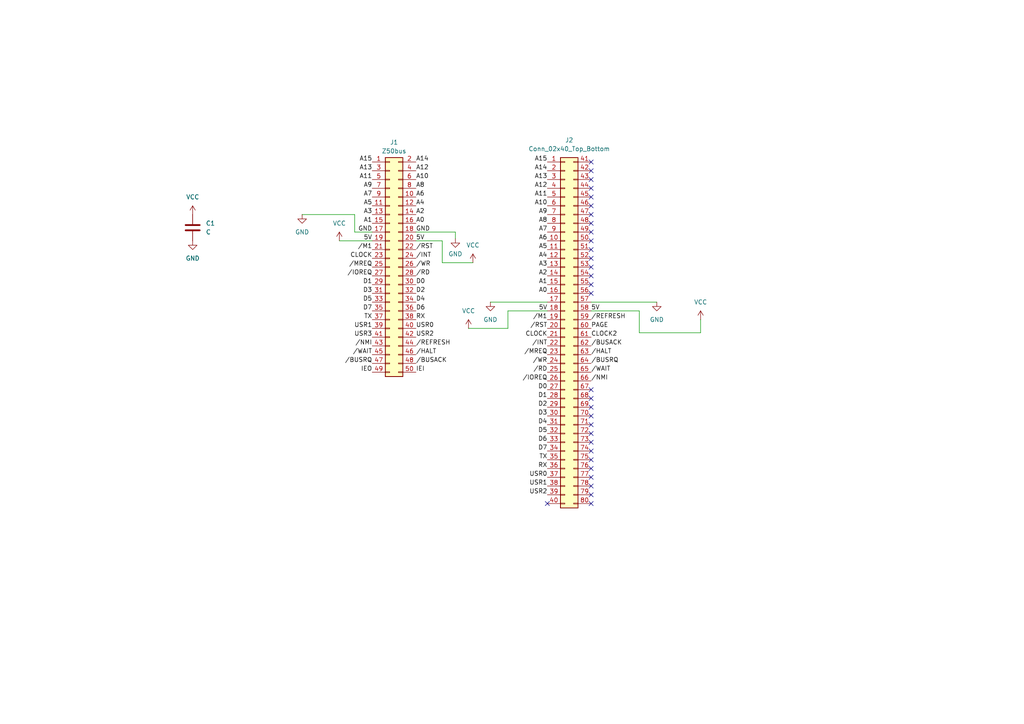
<source format=kicad_sch>
(kicad_sch
	(version 20231120)
	(generator "eeschema")
	(generator_version "8.0")
	(uuid "df631afe-11fa-4803-8cdc-54caa4bb7148")
	(paper "A4")
	(title_block
		(title "Z502RC2014 adapter")
		(date "2024-06-18")
		(rev "1.0")
		(company "Jeroen Venema")
	)
	(lib_symbols
		(symbol "Connector_Generic:Conn_02x25_Odd_Even"
			(pin_names
				(offset 1.016) hide)
			(exclude_from_sim no)
			(in_bom yes)
			(on_board yes)
			(property "Reference" "J"
				(at 1.27 33.02 0)
				(effects
					(font
						(size 1.27 1.27)
					)
				)
			)
			(property "Value" "Conn_02x25_Odd_Even"
				(at 1.27 -33.02 0)
				(effects
					(font
						(size 1.27 1.27)
					)
				)
			)
			(property "Footprint" ""
				(at 0 0 0)
				(effects
					(font
						(size 1.27 1.27)
					)
					(hide yes)
				)
			)
			(property "Datasheet" "~"
				(at 0 0 0)
				(effects
					(font
						(size 1.27 1.27)
					)
					(hide yes)
				)
			)
			(property "Description" "Generic connector, double row, 02x25, odd/even pin numbering scheme (row 1 odd numbers, row 2 even numbers), script generated (kicad-library-utils/schlib/autogen/connector/)"
				(at 0 0 0)
				(effects
					(font
						(size 1.27 1.27)
					)
					(hide yes)
				)
			)
			(property "ki_keywords" "connector"
				(at 0 0 0)
				(effects
					(font
						(size 1.27 1.27)
					)
					(hide yes)
				)
			)
			(property "ki_fp_filters" "Connector*:*_2x??_*"
				(at 0 0 0)
				(effects
					(font
						(size 1.27 1.27)
					)
					(hide yes)
				)
			)
			(symbol "Conn_02x25_Odd_Even_1_1"
				(rectangle
					(start -1.27 -30.353)
					(end 0 -30.607)
					(stroke
						(width 0.1524)
						(type default)
					)
					(fill
						(type none)
					)
				)
				(rectangle
					(start -1.27 -27.813)
					(end 0 -28.067)
					(stroke
						(width 0.1524)
						(type default)
					)
					(fill
						(type none)
					)
				)
				(rectangle
					(start -1.27 -25.273)
					(end 0 -25.527)
					(stroke
						(width 0.1524)
						(type default)
					)
					(fill
						(type none)
					)
				)
				(rectangle
					(start -1.27 -22.733)
					(end 0 -22.987)
					(stroke
						(width 0.1524)
						(type default)
					)
					(fill
						(type none)
					)
				)
				(rectangle
					(start -1.27 -20.193)
					(end 0 -20.447)
					(stroke
						(width 0.1524)
						(type default)
					)
					(fill
						(type none)
					)
				)
				(rectangle
					(start -1.27 -17.653)
					(end 0 -17.907)
					(stroke
						(width 0.1524)
						(type default)
					)
					(fill
						(type none)
					)
				)
				(rectangle
					(start -1.27 -15.113)
					(end 0 -15.367)
					(stroke
						(width 0.1524)
						(type default)
					)
					(fill
						(type none)
					)
				)
				(rectangle
					(start -1.27 -12.573)
					(end 0 -12.827)
					(stroke
						(width 0.1524)
						(type default)
					)
					(fill
						(type none)
					)
				)
				(rectangle
					(start -1.27 -10.033)
					(end 0 -10.287)
					(stroke
						(width 0.1524)
						(type default)
					)
					(fill
						(type none)
					)
				)
				(rectangle
					(start -1.27 -7.493)
					(end 0 -7.747)
					(stroke
						(width 0.1524)
						(type default)
					)
					(fill
						(type none)
					)
				)
				(rectangle
					(start -1.27 -4.953)
					(end 0 -5.207)
					(stroke
						(width 0.1524)
						(type default)
					)
					(fill
						(type none)
					)
				)
				(rectangle
					(start -1.27 -2.413)
					(end 0 -2.667)
					(stroke
						(width 0.1524)
						(type default)
					)
					(fill
						(type none)
					)
				)
				(rectangle
					(start -1.27 0.127)
					(end 0 -0.127)
					(stroke
						(width 0.1524)
						(type default)
					)
					(fill
						(type none)
					)
				)
				(rectangle
					(start -1.27 2.667)
					(end 0 2.413)
					(stroke
						(width 0.1524)
						(type default)
					)
					(fill
						(type none)
					)
				)
				(rectangle
					(start -1.27 5.207)
					(end 0 4.953)
					(stroke
						(width 0.1524)
						(type default)
					)
					(fill
						(type none)
					)
				)
				(rectangle
					(start -1.27 7.747)
					(end 0 7.493)
					(stroke
						(width 0.1524)
						(type default)
					)
					(fill
						(type none)
					)
				)
				(rectangle
					(start -1.27 10.287)
					(end 0 10.033)
					(stroke
						(width 0.1524)
						(type default)
					)
					(fill
						(type none)
					)
				)
				(rectangle
					(start -1.27 12.827)
					(end 0 12.573)
					(stroke
						(width 0.1524)
						(type default)
					)
					(fill
						(type none)
					)
				)
				(rectangle
					(start -1.27 15.367)
					(end 0 15.113)
					(stroke
						(width 0.1524)
						(type default)
					)
					(fill
						(type none)
					)
				)
				(rectangle
					(start -1.27 17.907)
					(end 0 17.653)
					(stroke
						(width 0.1524)
						(type default)
					)
					(fill
						(type none)
					)
				)
				(rectangle
					(start -1.27 20.447)
					(end 0 20.193)
					(stroke
						(width 0.1524)
						(type default)
					)
					(fill
						(type none)
					)
				)
				(rectangle
					(start -1.27 22.987)
					(end 0 22.733)
					(stroke
						(width 0.1524)
						(type default)
					)
					(fill
						(type none)
					)
				)
				(rectangle
					(start -1.27 25.527)
					(end 0 25.273)
					(stroke
						(width 0.1524)
						(type default)
					)
					(fill
						(type none)
					)
				)
				(rectangle
					(start -1.27 28.067)
					(end 0 27.813)
					(stroke
						(width 0.1524)
						(type default)
					)
					(fill
						(type none)
					)
				)
				(rectangle
					(start -1.27 30.607)
					(end 0 30.353)
					(stroke
						(width 0.1524)
						(type default)
					)
					(fill
						(type none)
					)
				)
				(rectangle
					(start -1.27 31.75)
					(end 3.81 -31.75)
					(stroke
						(width 0.254)
						(type default)
					)
					(fill
						(type background)
					)
				)
				(rectangle
					(start 3.81 -30.353)
					(end 2.54 -30.607)
					(stroke
						(width 0.1524)
						(type default)
					)
					(fill
						(type none)
					)
				)
				(rectangle
					(start 3.81 -27.813)
					(end 2.54 -28.067)
					(stroke
						(width 0.1524)
						(type default)
					)
					(fill
						(type none)
					)
				)
				(rectangle
					(start 3.81 -25.273)
					(end 2.54 -25.527)
					(stroke
						(width 0.1524)
						(type default)
					)
					(fill
						(type none)
					)
				)
				(rectangle
					(start 3.81 -22.733)
					(end 2.54 -22.987)
					(stroke
						(width 0.1524)
						(type default)
					)
					(fill
						(type none)
					)
				)
				(rectangle
					(start 3.81 -20.193)
					(end 2.54 -20.447)
					(stroke
						(width 0.1524)
						(type default)
					)
					(fill
						(type none)
					)
				)
				(rectangle
					(start 3.81 -17.653)
					(end 2.54 -17.907)
					(stroke
						(width 0.1524)
						(type default)
					)
					(fill
						(type none)
					)
				)
				(rectangle
					(start 3.81 -15.113)
					(end 2.54 -15.367)
					(stroke
						(width 0.1524)
						(type default)
					)
					(fill
						(type none)
					)
				)
				(rectangle
					(start 3.81 -12.573)
					(end 2.54 -12.827)
					(stroke
						(width 0.1524)
						(type default)
					)
					(fill
						(type none)
					)
				)
				(rectangle
					(start 3.81 -10.033)
					(end 2.54 -10.287)
					(stroke
						(width 0.1524)
						(type default)
					)
					(fill
						(type none)
					)
				)
				(rectangle
					(start 3.81 -7.493)
					(end 2.54 -7.747)
					(stroke
						(width 0.1524)
						(type default)
					)
					(fill
						(type none)
					)
				)
				(rectangle
					(start 3.81 -4.953)
					(end 2.54 -5.207)
					(stroke
						(width 0.1524)
						(type default)
					)
					(fill
						(type none)
					)
				)
				(rectangle
					(start 3.81 -2.413)
					(end 2.54 -2.667)
					(stroke
						(width 0.1524)
						(type default)
					)
					(fill
						(type none)
					)
				)
				(rectangle
					(start 3.81 0.127)
					(end 2.54 -0.127)
					(stroke
						(width 0.1524)
						(type default)
					)
					(fill
						(type none)
					)
				)
				(rectangle
					(start 3.81 2.667)
					(end 2.54 2.413)
					(stroke
						(width 0.1524)
						(type default)
					)
					(fill
						(type none)
					)
				)
				(rectangle
					(start 3.81 5.207)
					(end 2.54 4.953)
					(stroke
						(width 0.1524)
						(type default)
					)
					(fill
						(type none)
					)
				)
				(rectangle
					(start 3.81 7.747)
					(end 2.54 7.493)
					(stroke
						(width 0.1524)
						(type default)
					)
					(fill
						(type none)
					)
				)
				(rectangle
					(start 3.81 10.287)
					(end 2.54 10.033)
					(stroke
						(width 0.1524)
						(type default)
					)
					(fill
						(type none)
					)
				)
				(rectangle
					(start 3.81 12.827)
					(end 2.54 12.573)
					(stroke
						(width 0.1524)
						(type default)
					)
					(fill
						(type none)
					)
				)
				(rectangle
					(start 3.81 15.367)
					(end 2.54 15.113)
					(stroke
						(width 0.1524)
						(type default)
					)
					(fill
						(type none)
					)
				)
				(rectangle
					(start 3.81 17.907)
					(end 2.54 17.653)
					(stroke
						(width 0.1524)
						(type default)
					)
					(fill
						(type none)
					)
				)
				(rectangle
					(start 3.81 20.447)
					(end 2.54 20.193)
					(stroke
						(width 0.1524)
						(type default)
					)
					(fill
						(type none)
					)
				)
				(rectangle
					(start 3.81 22.987)
					(end 2.54 22.733)
					(stroke
						(width 0.1524)
						(type default)
					)
					(fill
						(type none)
					)
				)
				(rectangle
					(start 3.81 25.527)
					(end 2.54 25.273)
					(stroke
						(width 0.1524)
						(type default)
					)
					(fill
						(type none)
					)
				)
				(rectangle
					(start 3.81 28.067)
					(end 2.54 27.813)
					(stroke
						(width 0.1524)
						(type default)
					)
					(fill
						(type none)
					)
				)
				(rectangle
					(start 3.81 30.607)
					(end 2.54 30.353)
					(stroke
						(width 0.1524)
						(type default)
					)
					(fill
						(type none)
					)
				)
				(pin passive line
					(at -5.08 30.48 0)
					(length 3.81)
					(name "Pin_1"
						(effects
							(font
								(size 1.27 1.27)
							)
						)
					)
					(number "1"
						(effects
							(font
								(size 1.27 1.27)
							)
						)
					)
				)
				(pin passive line
					(at 7.62 20.32 180)
					(length 3.81)
					(name "Pin_10"
						(effects
							(font
								(size 1.27 1.27)
							)
						)
					)
					(number "10"
						(effects
							(font
								(size 1.27 1.27)
							)
						)
					)
				)
				(pin passive line
					(at -5.08 17.78 0)
					(length 3.81)
					(name "Pin_11"
						(effects
							(font
								(size 1.27 1.27)
							)
						)
					)
					(number "11"
						(effects
							(font
								(size 1.27 1.27)
							)
						)
					)
				)
				(pin passive line
					(at 7.62 17.78 180)
					(length 3.81)
					(name "Pin_12"
						(effects
							(font
								(size 1.27 1.27)
							)
						)
					)
					(number "12"
						(effects
							(font
								(size 1.27 1.27)
							)
						)
					)
				)
				(pin passive line
					(at -5.08 15.24 0)
					(length 3.81)
					(name "Pin_13"
						(effects
							(font
								(size 1.27 1.27)
							)
						)
					)
					(number "13"
						(effects
							(font
								(size 1.27 1.27)
							)
						)
					)
				)
				(pin passive line
					(at 7.62 15.24 180)
					(length 3.81)
					(name "Pin_14"
						(effects
							(font
								(size 1.27 1.27)
							)
						)
					)
					(number "14"
						(effects
							(font
								(size 1.27 1.27)
							)
						)
					)
				)
				(pin passive line
					(at -5.08 12.7 0)
					(length 3.81)
					(name "Pin_15"
						(effects
							(font
								(size 1.27 1.27)
							)
						)
					)
					(number "15"
						(effects
							(font
								(size 1.27 1.27)
							)
						)
					)
				)
				(pin passive line
					(at 7.62 12.7 180)
					(length 3.81)
					(name "Pin_16"
						(effects
							(font
								(size 1.27 1.27)
							)
						)
					)
					(number "16"
						(effects
							(font
								(size 1.27 1.27)
							)
						)
					)
				)
				(pin passive line
					(at -5.08 10.16 0)
					(length 3.81)
					(name "Pin_17"
						(effects
							(font
								(size 1.27 1.27)
							)
						)
					)
					(number "17"
						(effects
							(font
								(size 1.27 1.27)
							)
						)
					)
				)
				(pin passive line
					(at 7.62 10.16 180)
					(length 3.81)
					(name "Pin_18"
						(effects
							(font
								(size 1.27 1.27)
							)
						)
					)
					(number "18"
						(effects
							(font
								(size 1.27 1.27)
							)
						)
					)
				)
				(pin passive line
					(at -5.08 7.62 0)
					(length 3.81)
					(name "Pin_19"
						(effects
							(font
								(size 1.27 1.27)
							)
						)
					)
					(number "19"
						(effects
							(font
								(size 1.27 1.27)
							)
						)
					)
				)
				(pin passive line
					(at 7.62 30.48 180)
					(length 3.81)
					(name "Pin_2"
						(effects
							(font
								(size 1.27 1.27)
							)
						)
					)
					(number "2"
						(effects
							(font
								(size 1.27 1.27)
							)
						)
					)
				)
				(pin passive line
					(at 7.62 7.62 180)
					(length 3.81)
					(name "Pin_20"
						(effects
							(font
								(size 1.27 1.27)
							)
						)
					)
					(number "20"
						(effects
							(font
								(size 1.27 1.27)
							)
						)
					)
				)
				(pin passive line
					(at -5.08 5.08 0)
					(length 3.81)
					(name "Pin_21"
						(effects
							(font
								(size 1.27 1.27)
							)
						)
					)
					(number "21"
						(effects
							(font
								(size 1.27 1.27)
							)
						)
					)
				)
				(pin passive line
					(at 7.62 5.08 180)
					(length 3.81)
					(name "Pin_22"
						(effects
							(font
								(size 1.27 1.27)
							)
						)
					)
					(number "22"
						(effects
							(font
								(size 1.27 1.27)
							)
						)
					)
				)
				(pin passive line
					(at -5.08 2.54 0)
					(length 3.81)
					(name "Pin_23"
						(effects
							(font
								(size 1.27 1.27)
							)
						)
					)
					(number "23"
						(effects
							(font
								(size 1.27 1.27)
							)
						)
					)
				)
				(pin passive line
					(at 7.62 2.54 180)
					(length 3.81)
					(name "Pin_24"
						(effects
							(font
								(size 1.27 1.27)
							)
						)
					)
					(number "24"
						(effects
							(font
								(size 1.27 1.27)
							)
						)
					)
				)
				(pin passive line
					(at -5.08 0 0)
					(length 3.81)
					(name "Pin_25"
						(effects
							(font
								(size 1.27 1.27)
							)
						)
					)
					(number "25"
						(effects
							(font
								(size 1.27 1.27)
							)
						)
					)
				)
				(pin passive line
					(at 7.62 0 180)
					(length 3.81)
					(name "Pin_26"
						(effects
							(font
								(size 1.27 1.27)
							)
						)
					)
					(number "26"
						(effects
							(font
								(size 1.27 1.27)
							)
						)
					)
				)
				(pin passive line
					(at -5.08 -2.54 0)
					(length 3.81)
					(name "Pin_27"
						(effects
							(font
								(size 1.27 1.27)
							)
						)
					)
					(number "27"
						(effects
							(font
								(size 1.27 1.27)
							)
						)
					)
				)
				(pin passive line
					(at 7.62 -2.54 180)
					(length 3.81)
					(name "Pin_28"
						(effects
							(font
								(size 1.27 1.27)
							)
						)
					)
					(number "28"
						(effects
							(font
								(size 1.27 1.27)
							)
						)
					)
				)
				(pin passive line
					(at -5.08 -5.08 0)
					(length 3.81)
					(name "Pin_29"
						(effects
							(font
								(size 1.27 1.27)
							)
						)
					)
					(number "29"
						(effects
							(font
								(size 1.27 1.27)
							)
						)
					)
				)
				(pin passive line
					(at -5.08 27.94 0)
					(length 3.81)
					(name "Pin_3"
						(effects
							(font
								(size 1.27 1.27)
							)
						)
					)
					(number "3"
						(effects
							(font
								(size 1.27 1.27)
							)
						)
					)
				)
				(pin passive line
					(at 7.62 -5.08 180)
					(length 3.81)
					(name "Pin_30"
						(effects
							(font
								(size 1.27 1.27)
							)
						)
					)
					(number "30"
						(effects
							(font
								(size 1.27 1.27)
							)
						)
					)
				)
				(pin passive line
					(at -5.08 -7.62 0)
					(length 3.81)
					(name "Pin_31"
						(effects
							(font
								(size 1.27 1.27)
							)
						)
					)
					(number "31"
						(effects
							(font
								(size 1.27 1.27)
							)
						)
					)
				)
				(pin passive line
					(at 7.62 -7.62 180)
					(length 3.81)
					(name "Pin_32"
						(effects
							(font
								(size 1.27 1.27)
							)
						)
					)
					(number "32"
						(effects
							(font
								(size 1.27 1.27)
							)
						)
					)
				)
				(pin passive line
					(at -5.08 -10.16 0)
					(length 3.81)
					(name "Pin_33"
						(effects
							(font
								(size 1.27 1.27)
							)
						)
					)
					(number "33"
						(effects
							(font
								(size 1.27 1.27)
							)
						)
					)
				)
				(pin passive line
					(at 7.62 -10.16 180)
					(length 3.81)
					(name "Pin_34"
						(effects
							(font
								(size 1.27 1.27)
							)
						)
					)
					(number "34"
						(effects
							(font
								(size 1.27 1.27)
							)
						)
					)
				)
				(pin passive line
					(at -5.08 -12.7 0)
					(length 3.81)
					(name "Pin_35"
						(effects
							(font
								(size 1.27 1.27)
							)
						)
					)
					(number "35"
						(effects
							(font
								(size 1.27 1.27)
							)
						)
					)
				)
				(pin passive line
					(at 7.62 -12.7 180)
					(length 3.81)
					(name "Pin_36"
						(effects
							(font
								(size 1.27 1.27)
							)
						)
					)
					(number "36"
						(effects
							(font
								(size 1.27 1.27)
							)
						)
					)
				)
				(pin passive line
					(at -5.08 -15.24 0)
					(length 3.81)
					(name "Pin_37"
						(effects
							(font
								(size 1.27 1.27)
							)
						)
					)
					(number "37"
						(effects
							(font
								(size 1.27 1.27)
							)
						)
					)
				)
				(pin passive line
					(at 7.62 -15.24 180)
					(length 3.81)
					(name "Pin_38"
						(effects
							(font
								(size 1.27 1.27)
							)
						)
					)
					(number "38"
						(effects
							(font
								(size 1.27 1.27)
							)
						)
					)
				)
				(pin passive line
					(at -5.08 -17.78 0)
					(length 3.81)
					(name "Pin_39"
						(effects
							(font
								(size 1.27 1.27)
							)
						)
					)
					(number "39"
						(effects
							(font
								(size 1.27 1.27)
							)
						)
					)
				)
				(pin passive line
					(at 7.62 27.94 180)
					(length 3.81)
					(name "Pin_4"
						(effects
							(font
								(size 1.27 1.27)
							)
						)
					)
					(number "4"
						(effects
							(font
								(size 1.27 1.27)
							)
						)
					)
				)
				(pin passive line
					(at 7.62 -17.78 180)
					(length 3.81)
					(name "Pin_40"
						(effects
							(font
								(size 1.27 1.27)
							)
						)
					)
					(number "40"
						(effects
							(font
								(size 1.27 1.27)
							)
						)
					)
				)
				(pin passive line
					(at -5.08 -20.32 0)
					(length 3.81)
					(name "Pin_41"
						(effects
							(font
								(size 1.27 1.27)
							)
						)
					)
					(number "41"
						(effects
							(font
								(size 1.27 1.27)
							)
						)
					)
				)
				(pin passive line
					(at 7.62 -20.32 180)
					(length 3.81)
					(name "Pin_42"
						(effects
							(font
								(size 1.27 1.27)
							)
						)
					)
					(number "42"
						(effects
							(font
								(size 1.27 1.27)
							)
						)
					)
				)
				(pin passive line
					(at -5.08 -22.86 0)
					(length 3.81)
					(name "Pin_43"
						(effects
							(font
								(size 1.27 1.27)
							)
						)
					)
					(number "43"
						(effects
							(font
								(size 1.27 1.27)
							)
						)
					)
				)
				(pin passive line
					(at 7.62 -22.86 180)
					(length 3.81)
					(name "Pin_44"
						(effects
							(font
								(size 1.27 1.27)
							)
						)
					)
					(number "44"
						(effects
							(font
								(size 1.27 1.27)
							)
						)
					)
				)
				(pin passive line
					(at -5.08 -25.4 0)
					(length 3.81)
					(name "Pin_45"
						(effects
							(font
								(size 1.27 1.27)
							)
						)
					)
					(number "45"
						(effects
							(font
								(size 1.27 1.27)
							)
						)
					)
				)
				(pin passive line
					(at 7.62 -25.4 180)
					(length 3.81)
					(name "Pin_46"
						(effects
							(font
								(size 1.27 1.27)
							)
						)
					)
					(number "46"
						(effects
							(font
								(size 1.27 1.27)
							)
						)
					)
				)
				(pin passive line
					(at -5.08 -27.94 0)
					(length 3.81)
					(name "Pin_47"
						(effects
							(font
								(size 1.27 1.27)
							)
						)
					)
					(number "47"
						(effects
							(font
								(size 1.27 1.27)
							)
						)
					)
				)
				(pin passive line
					(at 7.62 -27.94 180)
					(length 3.81)
					(name "Pin_48"
						(effects
							(font
								(size 1.27 1.27)
							)
						)
					)
					(number "48"
						(effects
							(font
								(size 1.27 1.27)
							)
						)
					)
				)
				(pin passive line
					(at -5.08 -30.48 0)
					(length 3.81)
					(name "Pin_49"
						(effects
							(font
								(size 1.27 1.27)
							)
						)
					)
					(number "49"
						(effects
							(font
								(size 1.27 1.27)
							)
						)
					)
				)
				(pin passive line
					(at -5.08 25.4 0)
					(length 3.81)
					(name "Pin_5"
						(effects
							(font
								(size 1.27 1.27)
							)
						)
					)
					(number "5"
						(effects
							(font
								(size 1.27 1.27)
							)
						)
					)
				)
				(pin passive line
					(at 7.62 -30.48 180)
					(length 3.81)
					(name "Pin_50"
						(effects
							(font
								(size 1.27 1.27)
							)
						)
					)
					(number "50"
						(effects
							(font
								(size 1.27 1.27)
							)
						)
					)
				)
				(pin passive line
					(at 7.62 25.4 180)
					(length 3.81)
					(name "Pin_6"
						(effects
							(font
								(size 1.27 1.27)
							)
						)
					)
					(number "6"
						(effects
							(font
								(size 1.27 1.27)
							)
						)
					)
				)
				(pin passive line
					(at -5.08 22.86 0)
					(length 3.81)
					(name "Pin_7"
						(effects
							(font
								(size 1.27 1.27)
							)
						)
					)
					(number "7"
						(effects
							(font
								(size 1.27 1.27)
							)
						)
					)
				)
				(pin passive line
					(at 7.62 22.86 180)
					(length 3.81)
					(name "Pin_8"
						(effects
							(font
								(size 1.27 1.27)
							)
						)
					)
					(number "8"
						(effects
							(font
								(size 1.27 1.27)
							)
						)
					)
				)
				(pin passive line
					(at -5.08 20.32 0)
					(length 3.81)
					(name "Pin_9"
						(effects
							(font
								(size 1.27 1.27)
							)
						)
					)
					(number "9"
						(effects
							(font
								(size 1.27 1.27)
							)
						)
					)
				)
			)
		)
		(symbol "Connector_Generic:Conn_02x40_Top_Bottom"
			(pin_names
				(offset 1.016) hide)
			(exclude_from_sim no)
			(in_bom yes)
			(on_board yes)
			(property "Reference" "J"
				(at 1.27 50.8 0)
				(effects
					(font
						(size 1.27 1.27)
					)
				)
			)
			(property "Value" "Conn_02x40_Top_Bottom"
				(at 1.27 -53.34 0)
				(effects
					(font
						(size 1.27 1.27)
					)
				)
			)
			(property "Footprint" ""
				(at 0 0 0)
				(effects
					(font
						(size 1.27 1.27)
					)
					(hide yes)
				)
			)
			(property "Datasheet" "~"
				(at 0 0 0)
				(effects
					(font
						(size 1.27 1.27)
					)
					(hide yes)
				)
			)
			(property "Description" "Generic connector, double row, 02x40, top/bottom pin numbering scheme (row 1: 1...pins_per_row, row2: pins_per_row+1 ... num_pins), script generated (kicad-library-utils/schlib/autogen/connector/)"
				(at 0 0 0)
				(effects
					(font
						(size 1.27 1.27)
					)
					(hide yes)
				)
			)
			(property "ki_keywords" "connector"
				(at 0 0 0)
				(effects
					(font
						(size 1.27 1.27)
					)
					(hide yes)
				)
			)
			(property "ki_fp_filters" "Connector*:*_2x??_*"
				(at 0 0 0)
				(effects
					(font
						(size 1.27 1.27)
					)
					(hide yes)
				)
			)
			(symbol "Conn_02x40_Top_Bottom_1_1"
				(rectangle
					(start -1.27 -50.673)
					(end 0 -50.927)
					(stroke
						(width 0.1524)
						(type default)
					)
					(fill
						(type none)
					)
				)
				(rectangle
					(start -1.27 -48.133)
					(end 0 -48.387)
					(stroke
						(width 0.1524)
						(type default)
					)
					(fill
						(type none)
					)
				)
				(rectangle
					(start -1.27 -45.593)
					(end 0 -45.847)
					(stroke
						(width 0.1524)
						(type default)
					)
					(fill
						(type none)
					)
				)
				(rectangle
					(start -1.27 -43.053)
					(end 0 -43.307)
					(stroke
						(width 0.1524)
						(type default)
					)
					(fill
						(type none)
					)
				)
				(rectangle
					(start -1.27 -40.513)
					(end 0 -40.767)
					(stroke
						(width 0.1524)
						(type default)
					)
					(fill
						(type none)
					)
				)
				(rectangle
					(start -1.27 -37.973)
					(end 0 -38.227)
					(stroke
						(width 0.1524)
						(type default)
					)
					(fill
						(type none)
					)
				)
				(rectangle
					(start -1.27 -35.433)
					(end 0 -35.687)
					(stroke
						(width 0.1524)
						(type default)
					)
					(fill
						(type none)
					)
				)
				(rectangle
					(start -1.27 -32.893)
					(end 0 -33.147)
					(stroke
						(width 0.1524)
						(type default)
					)
					(fill
						(type none)
					)
				)
				(rectangle
					(start -1.27 -30.353)
					(end 0 -30.607)
					(stroke
						(width 0.1524)
						(type default)
					)
					(fill
						(type none)
					)
				)
				(rectangle
					(start -1.27 -27.813)
					(end 0 -28.067)
					(stroke
						(width 0.1524)
						(type default)
					)
					(fill
						(type none)
					)
				)
				(rectangle
					(start -1.27 -25.273)
					(end 0 -25.527)
					(stroke
						(width 0.1524)
						(type default)
					)
					(fill
						(type none)
					)
				)
				(rectangle
					(start -1.27 -22.733)
					(end 0 -22.987)
					(stroke
						(width 0.1524)
						(type default)
					)
					(fill
						(type none)
					)
				)
				(rectangle
					(start -1.27 -20.193)
					(end 0 -20.447)
					(stroke
						(width 0.1524)
						(type default)
					)
					(fill
						(type none)
					)
				)
				(rectangle
					(start -1.27 -17.653)
					(end 0 -17.907)
					(stroke
						(width 0.1524)
						(type default)
					)
					(fill
						(type none)
					)
				)
				(rectangle
					(start -1.27 -15.113)
					(end 0 -15.367)
					(stroke
						(width 0.1524)
						(type default)
					)
					(fill
						(type none)
					)
				)
				(rectangle
					(start -1.27 -12.573)
					(end 0 -12.827)
					(stroke
						(width 0.1524)
						(type default)
					)
					(fill
						(type none)
					)
				)
				(rectangle
					(start -1.27 -10.033)
					(end 0 -10.287)
					(stroke
						(width 0.1524)
						(type default)
					)
					(fill
						(type none)
					)
				)
				(rectangle
					(start -1.27 -7.493)
					(end 0 -7.747)
					(stroke
						(width 0.1524)
						(type default)
					)
					(fill
						(type none)
					)
				)
				(rectangle
					(start -1.27 -4.953)
					(end 0 -5.207)
					(stroke
						(width 0.1524)
						(type default)
					)
					(fill
						(type none)
					)
				)
				(rectangle
					(start -1.27 -2.413)
					(end 0 -2.667)
					(stroke
						(width 0.1524)
						(type default)
					)
					(fill
						(type none)
					)
				)
				(rectangle
					(start -1.27 0.127)
					(end 0 -0.127)
					(stroke
						(width 0.1524)
						(type default)
					)
					(fill
						(type none)
					)
				)
				(rectangle
					(start -1.27 2.667)
					(end 0 2.413)
					(stroke
						(width 0.1524)
						(type default)
					)
					(fill
						(type none)
					)
				)
				(rectangle
					(start -1.27 5.207)
					(end 0 4.953)
					(stroke
						(width 0.1524)
						(type default)
					)
					(fill
						(type none)
					)
				)
				(rectangle
					(start -1.27 7.747)
					(end 0 7.493)
					(stroke
						(width 0.1524)
						(type default)
					)
					(fill
						(type none)
					)
				)
				(rectangle
					(start -1.27 10.287)
					(end 0 10.033)
					(stroke
						(width 0.1524)
						(type default)
					)
					(fill
						(type none)
					)
				)
				(rectangle
					(start -1.27 12.827)
					(end 0 12.573)
					(stroke
						(width 0.1524)
						(type default)
					)
					(fill
						(type none)
					)
				)
				(rectangle
					(start -1.27 15.367)
					(end 0 15.113)
					(stroke
						(width 0.1524)
						(type default)
					)
					(fill
						(type none)
					)
				)
				(rectangle
					(start -1.27 17.907)
					(end 0 17.653)
					(stroke
						(width 0.1524)
						(type default)
					)
					(fill
						(type none)
					)
				)
				(rectangle
					(start -1.27 20.447)
					(end 0 20.193)
					(stroke
						(width 0.1524)
						(type default)
					)
					(fill
						(type none)
					)
				)
				(rectangle
					(start -1.27 22.987)
					(end 0 22.733)
					(stroke
						(width 0.1524)
						(type default)
					)
					(fill
						(type none)
					)
				)
				(rectangle
					(start -1.27 25.527)
					(end 0 25.273)
					(stroke
						(width 0.1524)
						(type default)
					)
					(fill
						(type none)
					)
				)
				(rectangle
					(start -1.27 28.067)
					(end 0 27.813)
					(stroke
						(width 0.1524)
						(type default)
					)
					(fill
						(type none)
					)
				)
				(rectangle
					(start -1.27 30.607)
					(end 0 30.353)
					(stroke
						(width 0.1524)
						(type default)
					)
					(fill
						(type none)
					)
				)
				(rectangle
					(start -1.27 33.147)
					(end 0 32.893)
					(stroke
						(width 0.1524)
						(type default)
					)
					(fill
						(type none)
					)
				)
				(rectangle
					(start -1.27 35.687)
					(end 0 35.433)
					(stroke
						(width 0.1524)
						(type default)
					)
					(fill
						(type none)
					)
				)
				(rectangle
					(start -1.27 38.227)
					(end 0 37.973)
					(stroke
						(width 0.1524)
						(type default)
					)
					(fill
						(type none)
					)
				)
				(rectangle
					(start -1.27 40.767)
					(end 0 40.513)
					(stroke
						(width 0.1524)
						(type default)
					)
					(fill
						(type none)
					)
				)
				(rectangle
					(start -1.27 43.307)
					(end 0 43.053)
					(stroke
						(width 0.1524)
						(type default)
					)
					(fill
						(type none)
					)
				)
				(rectangle
					(start -1.27 45.847)
					(end 0 45.593)
					(stroke
						(width 0.1524)
						(type default)
					)
					(fill
						(type none)
					)
				)
				(rectangle
					(start -1.27 48.387)
					(end 0 48.133)
					(stroke
						(width 0.1524)
						(type default)
					)
					(fill
						(type none)
					)
				)
				(rectangle
					(start -1.27 49.53)
					(end 3.81 -52.07)
					(stroke
						(width 0.254)
						(type default)
					)
					(fill
						(type background)
					)
				)
				(rectangle
					(start 3.81 -50.673)
					(end 2.54 -50.927)
					(stroke
						(width 0.1524)
						(type default)
					)
					(fill
						(type none)
					)
				)
				(rectangle
					(start 3.81 -48.133)
					(end 2.54 -48.387)
					(stroke
						(width 0.1524)
						(type default)
					)
					(fill
						(type none)
					)
				)
				(rectangle
					(start 3.81 -45.593)
					(end 2.54 -45.847)
					(stroke
						(width 0.1524)
						(type default)
					)
					(fill
						(type none)
					)
				)
				(rectangle
					(start 3.81 -43.053)
					(end 2.54 -43.307)
					(stroke
						(width 0.1524)
						(type default)
					)
					(fill
						(type none)
					)
				)
				(rectangle
					(start 3.81 -40.513)
					(end 2.54 -40.767)
					(stroke
						(width 0.1524)
						(type default)
					)
					(fill
						(type none)
					)
				)
				(rectangle
					(start 3.81 -37.973)
					(end 2.54 -38.227)
					(stroke
						(width 0.1524)
						(type default)
					)
					(fill
						(type none)
					)
				)
				(rectangle
					(start 3.81 -35.433)
					(end 2.54 -35.687)
					(stroke
						(width 0.1524)
						(type default)
					)
					(fill
						(type none)
					)
				)
				(rectangle
					(start 3.81 -32.893)
					(end 2.54 -33.147)
					(stroke
						(width 0.1524)
						(type default)
					)
					(fill
						(type none)
					)
				)
				(rectangle
					(start 3.81 -30.353)
					(end 2.54 -30.607)
					(stroke
						(width 0.1524)
						(type default)
					)
					(fill
						(type none)
					)
				)
				(rectangle
					(start 3.81 -27.813)
					(end 2.54 -28.067)
					(stroke
						(width 0.1524)
						(type default)
					)
					(fill
						(type none)
					)
				)
				(rectangle
					(start 3.81 -25.273)
					(end 2.54 -25.527)
					(stroke
						(width 0.1524)
						(type default)
					)
					(fill
						(type none)
					)
				)
				(rectangle
					(start 3.81 -22.733)
					(end 2.54 -22.987)
					(stroke
						(width 0.1524)
						(type default)
					)
					(fill
						(type none)
					)
				)
				(rectangle
					(start 3.81 -20.193)
					(end 2.54 -20.447)
					(stroke
						(width 0.1524)
						(type default)
					)
					(fill
						(type none)
					)
				)
				(rectangle
					(start 3.81 -17.653)
					(end 2.54 -17.907)
					(stroke
						(width 0.1524)
						(type default)
					)
					(fill
						(type none)
					)
				)
				(rectangle
					(start 3.81 -15.113)
					(end 2.54 -15.367)
					(stroke
						(width 0.1524)
						(type default)
					)
					(fill
						(type none)
					)
				)
				(rectangle
					(start 3.81 -12.573)
					(end 2.54 -12.827)
					(stroke
						(width 0.1524)
						(type default)
					)
					(fill
						(type none)
					)
				)
				(rectangle
					(start 3.81 -10.033)
					(end 2.54 -10.287)
					(stroke
						(width 0.1524)
						(type default)
					)
					(fill
						(type none)
					)
				)
				(rectangle
					(start 3.81 -7.493)
					(end 2.54 -7.747)
					(stroke
						(width 0.1524)
						(type default)
					)
					(fill
						(type none)
					)
				)
				(rectangle
					(start 3.81 -4.953)
					(end 2.54 -5.207)
					(stroke
						(width 0.1524)
						(type default)
					)
					(fill
						(type none)
					)
				)
				(rectangle
					(start 3.81 -2.413)
					(end 2.54 -2.667)
					(stroke
						(width 0.1524)
						(type default)
					)
					(fill
						(type none)
					)
				)
				(rectangle
					(start 3.81 0.127)
					(end 2.54 -0.127)
					(stroke
						(width 0.1524)
						(type default)
					)
					(fill
						(type none)
					)
				)
				(rectangle
					(start 3.81 2.667)
					(end 2.54 2.413)
					(stroke
						(width 0.1524)
						(type default)
					)
					(fill
						(type none)
					)
				)
				(rectangle
					(start 3.81 5.207)
					(end 2.54 4.953)
					(stroke
						(width 0.1524)
						(type default)
					)
					(fill
						(type none)
					)
				)
				(rectangle
					(start 3.81 7.747)
					(end 2.54 7.493)
					(stroke
						(width 0.1524)
						(type default)
					)
					(fill
						(type none)
					)
				)
				(rectangle
					(start 3.81 10.287)
					(end 2.54 10.033)
					(stroke
						(width 0.1524)
						(type default)
					)
					(fill
						(type none)
					)
				)
				(rectangle
					(start 3.81 12.827)
					(end 2.54 12.573)
					(stroke
						(width 0.1524)
						(type default)
					)
					(fill
						(type none)
					)
				)
				(rectangle
					(start 3.81 15.367)
					(end 2.54 15.113)
					(stroke
						(width 0.1524)
						(type default)
					)
					(fill
						(type none)
					)
				)
				(rectangle
					(start 3.81 17.907)
					(end 2.54 17.653)
					(stroke
						(width 0.1524)
						(type default)
					)
					(fill
						(type none)
					)
				)
				(rectangle
					(start 3.81 20.447)
					(end 2.54 20.193)
					(stroke
						(width 0.1524)
						(type default)
					)
					(fill
						(type none)
					)
				)
				(rectangle
					(start 3.81 22.987)
					(end 2.54 22.733)
					(stroke
						(width 0.1524)
						(type default)
					)
					(fill
						(type none)
					)
				)
				(rectangle
					(start 3.81 25.527)
					(end 2.54 25.273)
					(stroke
						(width 0.1524)
						(type default)
					)
					(fill
						(type none)
					)
				)
				(rectangle
					(start 3.81 28.067)
					(end 2.54 27.813)
					(stroke
						(width 0.1524)
						(type default)
					)
					(fill
						(type none)
					)
				)
				(rectangle
					(start 3.81 30.607)
					(end 2.54 30.353)
					(stroke
						(width 0.1524)
						(type default)
					)
					(fill
						(type none)
					)
				)
				(rectangle
					(start 3.81 33.147)
					(end 2.54 32.893)
					(stroke
						(width 0.1524)
						(type default)
					)
					(fill
						(type none)
					)
				)
				(rectangle
					(start 3.81 35.687)
					(end 2.54 35.433)
					(stroke
						(width 0.1524)
						(type default)
					)
					(fill
						(type none)
					)
				)
				(rectangle
					(start 3.81 38.227)
					(end 2.54 37.973)
					(stroke
						(width 0.1524)
						(type default)
					)
					(fill
						(type none)
					)
				)
				(rectangle
					(start 3.81 40.767)
					(end 2.54 40.513)
					(stroke
						(width 0.1524)
						(type default)
					)
					(fill
						(type none)
					)
				)
				(rectangle
					(start 3.81 43.307)
					(end 2.54 43.053)
					(stroke
						(width 0.1524)
						(type default)
					)
					(fill
						(type none)
					)
				)
				(rectangle
					(start 3.81 45.847)
					(end 2.54 45.593)
					(stroke
						(width 0.1524)
						(type default)
					)
					(fill
						(type none)
					)
				)
				(rectangle
					(start 3.81 48.387)
					(end 2.54 48.133)
					(stroke
						(width 0.1524)
						(type default)
					)
					(fill
						(type none)
					)
				)
				(pin passive line
					(at -5.08 48.26 0)
					(length 3.81)
					(name "Pin_1"
						(effects
							(font
								(size 1.27 1.27)
							)
						)
					)
					(number "1"
						(effects
							(font
								(size 1.27 1.27)
							)
						)
					)
				)
				(pin passive line
					(at -5.08 25.4 0)
					(length 3.81)
					(name "Pin_10"
						(effects
							(font
								(size 1.27 1.27)
							)
						)
					)
					(number "10"
						(effects
							(font
								(size 1.27 1.27)
							)
						)
					)
				)
				(pin passive line
					(at -5.08 22.86 0)
					(length 3.81)
					(name "Pin_11"
						(effects
							(font
								(size 1.27 1.27)
							)
						)
					)
					(number "11"
						(effects
							(font
								(size 1.27 1.27)
							)
						)
					)
				)
				(pin passive line
					(at -5.08 20.32 0)
					(length 3.81)
					(name "Pin_12"
						(effects
							(font
								(size 1.27 1.27)
							)
						)
					)
					(number "12"
						(effects
							(font
								(size 1.27 1.27)
							)
						)
					)
				)
				(pin passive line
					(at -5.08 17.78 0)
					(length 3.81)
					(name "Pin_13"
						(effects
							(font
								(size 1.27 1.27)
							)
						)
					)
					(number "13"
						(effects
							(font
								(size 1.27 1.27)
							)
						)
					)
				)
				(pin passive line
					(at -5.08 15.24 0)
					(length 3.81)
					(name "Pin_14"
						(effects
							(font
								(size 1.27 1.27)
							)
						)
					)
					(number "14"
						(effects
							(font
								(size 1.27 1.27)
							)
						)
					)
				)
				(pin passive line
					(at -5.08 12.7 0)
					(length 3.81)
					(name "Pin_15"
						(effects
							(font
								(size 1.27 1.27)
							)
						)
					)
					(number "15"
						(effects
							(font
								(size 1.27 1.27)
							)
						)
					)
				)
				(pin passive line
					(at -5.08 10.16 0)
					(length 3.81)
					(name "Pin_16"
						(effects
							(font
								(size 1.27 1.27)
							)
						)
					)
					(number "16"
						(effects
							(font
								(size 1.27 1.27)
							)
						)
					)
				)
				(pin passive line
					(at -5.08 7.62 0)
					(length 3.81)
					(name "Pin_17"
						(effects
							(font
								(size 1.27 1.27)
							)
						)
					)
					(number "17"
						(effects
							(font
								(size 1.27 1.27)
							)
						)
					)
				)
				(pin passive line
					(at -5.08 5.08 0)
					(length 3.81)
					(name "Pin_18"
						(effects
							(font
								(size 1.27 1.27)
							)
						)
					)
					(number "18"
						(effects
							(font
								(size 1.27 1.27)
							)
						)
					)
				)
				(pin passive line
					(at -5.08 2.54 0)
					(length 3.81)
					(name "Pin_19"
						(effects
							(font
								(size 1.27 1.27)
							)
						)
					)
					(number "19"
						(effects
							(font
								(size 1.27 1.27)
							)
						)
					)
				)
				(pin passive line
					(at -5.08 45.72 0)
					(length 3.81)
					(name "Pin_2"
						(effects
							(font
								(size 1.27 1.27)
							)
						)
					)
					(number "2"
						(effects
							(font
								(size 1.27 1.27)
							)
						)
					)
				)
				(pin passive line
					(at -5.08 0 0)
					(length 3.81)
					(name "Pin_20"
						(effects
							(font
								(size 1.27 1.27)
							)
						)
					)
					(number "20"
						(effects
							(font
								(size 1.27 1.27)
							)
						)
					)
				)
				(pin passive line
					(at -5.08 -2.54 0)
					(length 3.81)
					(name "Pin_21"
						(effects
							(font
								(size 1.27 1.27)
							)
						)
					)
					(number "21"
						(effects
							(font
								(size 1.27 1.27)
							)
						)
					)
				)
				(pin passive line
					(at -5.08 -5.08 0)
					(length 3.81)
					(name "Pin_22"
						(effects
							(font
								(size 1.27 1.27)
							)
						)
					)
					(number "22"
						(effects
							(font
								(size 1.27 1.27)
							)
						)
					)
				)
				(pin passive line
					(at -5.08 -7.62 0)
					(length 3.81)
					(name "Pin_23"
						(effects
							(font
								(size 1.27 1.27)
							)
						)
					)
					(number "23"
						(effects
							(font
								(size 1.27 1.27)
							)
						)
					)
				)
				(pin passive line
					(at -5.08 -10.16 0)
					(length 3.81)
					(name "Pin_24"
						(effects
							(font
								(size 1.27 1.27)
							)
						)
					)
					(number "24"
						(effects
							(font
								(size 1.27 1.27)
							)
						)
					)
				)
				(pin passive line
					(at -5.08 -12.7 0)
					(length 3.81)
					(name "Pin_25"
						(effects
							(font
								(size 1.27 1.27)
							)
						)
					)
					(number "25"
						(effects
							(font
								(size 1.27 1.27)
							)
						)
					)
				)
				(pin passive line
					(at -5.08 -15.24 0)
					(length 3.81)
					(name "Pin_26"
						(effects
							(font
								(size 1.27 1.27)
							)
						)
					)
					(number "26"
						(effects
							(font
								(size 1.27 1.27)
							)
						)
					)
				)
				(pin passive line
					(at -5.08 -17.78 0)
					(length 3.81)
					(name "Pin_27"
						(effects
							(font
								(size 1.27 1.27)
							)
						)
					)
					(number "27"
						(effects
							(font
								(size 1.27 1.27)
							)
						)
					)
				)
				(pin passive line
					(at -5.08 -20.32 0)
					(length 3.81)
					(name "Pin_28"
						(effects
							(font
								(size 1.27 1.27)
							)
						)
					)
					(number "28"
						(effects
							(font
								(size 1.27 1.27)
							)
						)
					)
				)
				(pin passive line
					(at -5.08 -22.86 0)
					(length 3.81)
					(name "Pin_29"
						(effects
							(font
								(size 1.27 1.27)
							)
						)
					)
					(number "29"
						(effects
							(font
								(size 1.27 1.27)
							)
						)
					)
				)
				(pin passive line
					(at -5.08 43.18 0)
					(length 3.81)
					(name "Pin_3"
						(effects
							(font
								(size 1.27 1.27)
							)
						)
					)
					(number "3"
						(effects
							(font
								(size 1.27 1.27)
							)
						)
					)
				)
				(pin passive line
					(at -5.08 -25.4 0)
					(length 3.81)
					(name "Pin_30"
						(effects
							(font
								(size 1.27 1.27)
							)
						)
					)
					(number "30"
						(effects
							(font
								(size 1.27 1.27)
							)
						)
					)
				)
				(pin passive line
					(at -5.08 -27.94 0)
					(length 3.81)
					(name "Pin_31"
						(effects
							(font
								(size 1.27 1.27)
							)
						)
					)
					(number "31"
						(effects
							(font
								(size 1.27 1.27)
							)
						)
					)
				)
				(pin passive line
					(at -5.08 -30.48 0)
					(length 3.81)
					(name "Pin_32"
						(effects
							(font
								(size 1.27 1.27)
							)
						)
					)
					(number "32"
						(effects
							(font
								(size 1.27 1.27)
							)
						)
					)
				)
				(pin passive line
					(at -5.08 -33.02 0)
					(length 3.81)
					(name "Pin_33"
						(effects
							(font
								(size 1.27 1.27)
							)
						)
					)
					(number "33"
						(effects
							(font
								(size 1.27 1.27)
							)
						)
					)
				)
				(pin passive line
					(at -5.08 -35.56 0)
					(length 3.81)
					(name "Pin_34"
						(effects
							(font
								(size 1.27 1.27)
							)
						)
					)
					(number "34"
						(effects
							(font
								(size 1.27 1.27)
							)
						)
					)
				)
				(pin passive line
					(at -5.08 -38.1 0)
					(length 3.81)
					(name "Pin_35"
						(effects
							(font
								(size 1.27 1.27)
							)
						)
					)
					(number "35"
						(effects
							(font
								(size 1.27 1.27)
							)
						)
					)
				)
				(pin passive line
					(at -5.08 -40.64 0)
					(length 3.81)
					(name "Pin_36"
						(effects
							(font
								(size 1.27 1.27)
							)
						)
					)
					(number "36"
						(effects
							(font
								(size 1.27 1.27)
							)
						)
					)
				)
				(pin passive line
					(at -5.08 -43.18 0)
					(length 3.81)
					(name "Pin_37"
						(effects
							(font
								(size 1.27 1.27)
							)
						)
					)
					(number "37"
						(effects
							(font
								(size 1.27 1.27)
							)
						)
					)
				)
				(pin passive line
					(at -5.08 -45.72 0)
					(length 3.81)
					(name "Pin_38"
						(effects
							(font
								(size 1.27 1.27)
							)
						)
					)
					(number "38"
						(effects
							(font
								(size 1.27 1.27)
							)
						)
					)
				)
				(pin passive line
					(at -5.08 -48.26 0)
					(length 3.81)
					(name "Pin_39"
						(effects
							(font
								(size 1.27 1.27)
							)
						)
					)
					(number "39"
						(effects
							(font
								(size 1.27 1.27)
							)
						)
					)
				)
				(pin passive line
					(at -5.08 40.64 0)
					(length 3.81)
					(name "Pin_4"
						(effects
							(font
								(size 1.27 1.27)
							)
						)
					)
					(number "4"
						(effects
							(font
								(size 1.27 1.27)
							)
						)
					)
				)
				(pin passive line
					(at -5.08 -50.8 0)
					(length 3.81)
					(name "Pin_40"
						(effects
							(font
								(size 1.27 1.27)
							)
						)
					)
					(number "40"
						(effects
							(font
								(size 1.27 1.27)
							)
						)
					)
				)
				(pin passive line
					(at 7.62 48.26 180)
					(length 3.81)
					(name "Pin_41"
						(effects
							(font
								(size 1.27 1.27)
							)
						)
					)
					(number "41"
						(effects
							(font
								(size 1.27 1.27)
							)
						)
					)
				)
				(pin passive line
					(at 7.62 45.72 180)
					(length 3.81)
					(name "Pin_42"
						(effects
							(font
								(size 1.27 1.27)
							)
						)
					)
					(number "42"
						(effects
							(font
								(size 1.27 1.27)
							)
						)
					)
				)
				(pin passive line
					(at 7.62 43.18 180)
					(length 3.81)
					(name "Pin_43"
						(effects
							(font
								(size 1.27 1.27)
							)
						)
					)
					(number "43"
						(effects
							(font
								(size 1.27 1.27)
							)
						)
					)
				)
				(pin passive line
					(at 7.62 40.64 180)
					(length 3.81)
					(name "Pin_44"
						(effects
							(font
								(size 1.27 1.27)
							)
						)
					)
					(number "44"
						(effects
							(font
								(size 1.27 1.27)
							)
						)
					)
				)
				(pin passive line
					(at 7.62 38.1 180)
					(length 3.81)
					(name "Pin_45"
						(effects
							(font
								(size 1.27 1.27)
							)
						)
					)
					(number "45"
						(effects
							(font
								(size 1.27 1.27)
							)
						)
					)
				)
				(pin passive line
					(at 7.62 35.56 180)
					(length 3.81)
					(name "Pin_46"
						(effects
							(font
								(size 1.27 1.27)
							)
						)
					)
					(number "46"
						(effects
							(font
								(size 1.27 1.27)
							)
						)
					)
				)
				(pin passive line
					(at 7.62 33.02 180)
					(length 3.81)
					(name "Pin_47"
						(effects
							(font
								(size 1.27 1.27)
							)
						)
					)
					(number "47"
						(effects
							(font
								(size 1.27 1.27)
							)
						)
					)
				)
				(pin passive line
					(at 7.62 30.48 180)
					(length 3.81)
					(name "Pin_48"
						(effects
							(font
								(size 1.27 1.27)
							)
						)
					)
					(number "48"
						(effects
							(font
								(size 1.27 1.27)
							)
						)
					)
				)
				(pin passive line
					(at 7.62 27.94 180)
					(length 3.81)
					(name "Pin_49"
						(effects
							(font
								(size 1.27 1.27)
							)
						)
					)
					(number "49"
						(effects
							(font
								(size 1.27 1.27)
							)
						)
					)
				)
				(pin passive line
					(at -5.08 38.1 0)
					(length 3.81)
					(name "Pin_5"
						(effects
							(font
								(size 1.27 1.27)
							)
						)
					)
					(number "5"
						(effects
							(font
								(size 1.27 1.27)
							)
						)
					)
				)
				(pin passive line
					(at 7.62 25.4 180)
					(length 3.81)
					(name "Pin_50"
						(effects
							(font
								(size 1.27 1.27)
							)
						)
					)
					(number "50"
						(effects
							(font
								(size 1.27 1.27)
							)
						)
					)
				)
				(pin passive line
					(at 7.62 22.86 180)
					(length 3.81)
					(name "Pin_51"
						(effects
							(font
								(size 1.27 1.27)
							)
						)
					)
					(number "51"
						(effects
							(font
								(size 1.27 1.27)
							)
						)
					)
				)
				(pin passive line
					(at 7.62 20.32 180)
					(length 3.81)
					(name "Pin_52"
						(effects
							(font
								(size 1.27 1.27)
							)
						)
					)
					(number "52"
						(effects
							(font
								(size 1.27 1.27)
							)
						)
					)
				)
				(pin passive line
					(at 7.62 17.78 180)
					(length 3.81)
					(name "Pin_53"
						(effects
							(font
								(size 1.27 1.27)
							)
						)
					)
					(number "53"
						(effects
							(font
								(size 1.27 1.27)
							)
						)
					)
				)
				(pin passive line
					(at 7.62 15.24 180)
					(length 3.81)
					(name "Pin_54"
						(effects
							(font
								(size 1.27 1.27)
							)
						)
					)
					(number "54"
						(effects
							(font
								(size 1.27 1.27)
							)
						)
					)
				)
				(pin passive line
					(at 7.62 12.7 180)
					(length 3.81)
					(name "Pin_55"
						(effects
							(font
								(size 1.27 1.27)
							)
						)
					)
					(number "55"
						(effects
							(font
								(size 1.27 1.27)
							)
						)
					)
				)
				(pin passive line
					(at 7.62 10.16 180)
					(length 3.81)
					(name "Pin_56"
						(effects
							(font
								(size 1.27 1.27)
							)
						)
					)
					(number "56"
						(effects
							(font
								(size 1.27 1.27)
							)
						)
					)
				)
				(pin passive line
					(at 7.62 7.62 180)
					(length 3.81)
					(name "Pin_57"
						(effects
							(font
								(size 1.27 1.27)
							)
						)
					)
					(number "57"
						(effects
							(font
								(size 1.27 1.27)
							)
						)
					)
				)
				(pin passive line
					(at 7.62 5.08 180)
					(length 3.81)
					(name "Pin_58"
						(effects
							(font
								(size 1.27 1.27)
							)
						)
					)
					(number "58"
						(effects
							(font
								(size 1.27 1.27)
							)
						)
					)
				)
				(pin passive line
					(at 7.62 2.54 180)
					(length 3.81)
					(name "Pin_59"
						(effects
							(font
								(size 1.27 1.27)
							)
						)
					)
					(number "59"
						(effects
							(font
								(size 1.27 1.27)
							)
						)
					)
				)
				(pin passive line
					(at -5.08 35.56 0)
					(length 3.81)
					(name "Pin_6"
						(effects
							(font
								(size 1.27 1.27)
							)
						)
					)
					(number "6"
						(effects
							(font
								(size 1.27 1.27)
							)
						)
					)
				)
				(pin passive line
					(at 7.62 0 180)
					(length 3.81)
					(name "Pin_60"
						(effects
							(font
								(size 1.27 1.27)
							)
						)
					)
					(number "60"
						(effects
							(font
								(size 1.27 1.27)
							)
						)
					)
				)
				(pin passive line
					(at 7.62 -2.54 180)
					(length 3.81)
					(name "Pin_61"
						(effects
							(font
								(size 1.27 1.27)
							)
						)
					)
					(number "61"
						(effects
							(font
								(size 1.27 1.27)
							)
						)
					)
				)
				(pin passive line
					(at 7.62 -5.08 180)
					(length 3.81)
					(name "Pin_62"
						(effects
							(font
								(size 1.27 1.27)
							)
						)
					)
					(number "62"
						(effects
							(font
								(size 1.27 1.27)
							)
						)
					)
				)
				(pin passive line
					(at 7.62 -7.62 180)
					(length 3.81)
					(name "Pin_63"
						(effects
							(font
								(size 1.27 1.27)
							)
						)
					)
					(number "63"
						(effects
							(font
								(size 1.27 1.27)
							)
						)
					)
				)
				(pin passive line
					(at 7.62 -10.16 180)
					(length 3.81)
					(name "Pin_64"
						(effects
							(font
								(size 1.27 1.27)
							)
						)
					)
					(number "64"
						(effects
							(font
								(size 1.27 1.27)
							)
						)
					)
				)
				(pin passive line
					(at 7.62 -12.7 180)
					(length 3.81)
					(name "Pin_65"
						(effects
							(font
								(size 1.27 1.27)
							)
						)
					)
					(number "65"
						(effects
							(font
								(size 1.27 1.27)
							)
						)
					)
				)
				(pin passive line
					(at 7.62 -15.24 180)
					(length 3.81)
					(name "Pin_66"
						(effects
							(font
								(size 1.27 1.27)
							)
						)
					)
					(number "66"
						(effects
							(font
								(size 1.27 1.27)
							)
						)
					)
				)
				(pin passive line
					(at 7.62 -17.78 180)
					(length 3.81)
					(name "Pin_67"
						(effects
							(font
								(size 1.27 1.27)
							)
						)
					)
					(number "67"
						(effects
							(font
								(size 1.27 1.27)
							)
						)
					)
				)
				(pin passive line
					(at 7.62 -20.32 180)
					(length 3.81)
					(name "Pin_68"
						(effects
							(font
								(size 1.27 1.27)
							)
						)
					)
					(number "68"
						(effects
							(font
								(size 1.27 1.27)
							)
						)
					)
				)
				(pin passive line
					(at 7.62 -22.86 180)
					(length 3.81)
					(name "Pin_69"
						(effects
							(font
								(size 1.27 1.27)
							)
						)
					)
					(number "69"
						(effects
							(font
								(size 1.27 1.27)
							)
						)
					)
				)
				(pin passive line
					(at -5.08 33.02 0)
					(length 3.81)
					(name "Pin_7"
						(effects
							(font
								(size 1.27 1.27)
							)
						)
					)
					(number "7"
						(effects
							(font
								(size 1.27 1.27)
							)
						)
					)
				)
				(pin passive line
					(at 7.62 -25.4 180)
					(length 3.81)
					(name "Pin_70"
						(effects
							(font
								(size 1.27 1.27)
							)
						)
					)
					(number "70"
						(effects
							(font
								(size 1.27 1.27)
							)
						)
					)
				)
				(pin passive line
					(at 7.62 -27.94 180)
					(length 3.81)
					(name "Pin_71"
						(effects
							(font
								(size 1.27 1.27)
							)
						)
					)
					(number "71"
						(effects
							(font
								(size 1.27 1.27)
							)
						)
					)
				)
				(pin passive line
					(at 7.62 -30.48 180)
					(length 3.81)
					(name "Pin_72"
						(effects
							(font
								(size 1.27 1.27)
							)
						)
					)
					(number "72"
						(effects
							(font
								(size 1.27 1.27)
							)
						)
					)
				)
				(pin passive line
					(at 7.62 -33.02 180)
					(length 3.81)
					(name "Pin_73"
						(effects
							(font
								(size 1.27 1.27)
							)
						)
					)
					(number "73"
						(effects
							(font
								(size 1.27 1.27)
							)
						)
					)
				)
				(pin passive line
					(at 7.62 -35.56 180)
					(length 3.81)
					(name "Pin_74"
						(effects
							(font
								(size 1.27 1.27)
							)
						)
					)
					(number "74"
						(effects
							(font
								(size 1.27 1.27)
							)
						)
					)
				)
				(pin passive line
					(at 7.62 -38.1 180)
					(length 3.81)
					(name "Pin_75"
						(effects
							(font
								(size 1.27 1.27)
							)
						)
					)
					(number "75"
						(effects
							(font
								(size 1.27 1.27)
							)
						)
					)
				)
				(pin passive line
					(at 7.62 -40.64 180)
					(length 3.81)
					(name "Pin_76"
						(effects
							(font
								(size 1.27 1.27)
							)
						)
					)
					(number "76"
						(effects
							(font
								(size 1.27 1.27)
							)
						)
					)
				)
				(pin passive line
					(at 7.62 -43.18 180)
					(length 3.81)
					(name "Pin_77"
						(effects
							(font
								(size 1.27 1.27)
							)
						)
					)
					(number "77"
						(effects
							(font
								(size 1.27 1.27)
							)
						)
					)
				)
				(pin passive line
					(at 7.62 -45.72 180)
					(length 3.81)
					(name "Pin_78"
						(effects
							(font
								(size 1.27 1.27)
							)
						)
					)
					(number "78"
						(effects
							(font
								(size 1.27 1.27)
							)
						)
					)
				)
				(pin passive line
					(at 7.62 -48.26 180)
					(length 3.81)
					(name "Pin_79"
						(effects
							(font
								(size 1.27 1.27)
							)
						)
					)
					(number "79"
						(effects
							(font
								(size 1.27 1.27)
							)
						)
					)
				)
				(pin passive line
					(at -5.08 30.48 0)
					(length 3.81)
					(name "Pin_8"
						(effects
							(font
								(size 1.27 1.27)
							)
						)
					)
					(number "8"
						(effects
							(font
								(size 1.27 1.27)
							)
						)
					)
				)
				(pin passive line
					(at 7.62 -50.8 180)
					(length 3.81)
					(name "Pin_80"
						(effects
							(font
								(size 1.27 1.27)
							)
						)
					)
					(number "80"
						(effects
							(font
								(size 1.27 1.27)
							)
						)
					)
				)
				(pin passive line
					(at -5.08 27.94 0)
					(length 3.81)
					(name "Pin_9"
						(effects
							(font
								(size 1.27 1.27)
							)
						)
					)
					(number "9"
						(effects
							(font
								(size 1.27 1.27)
							)
						)
					)
				)
			)
		)
		(symbol "Device:C"
			(pin_numbers hide)
			(pin_names
				(offset 0.254)
			)
			(exclude_from_sim no)
			(in_bom yes)
			(on_board yes)
			(property "Reference" "C"
				(at 0.635 2.54 0)
				(effects
					(font
						(size 1.27 1.27)
					)
					(justify left)
				)
			)
			(property "Value" "C"
				(at 0.635 -2.54 0)
				(effects
					(font
						(size 1.27 1.27)
					)
					(justify left)
				)
			)
			(property "Footprint" ""
				(at 0.9652 -3.81 0)
				(effects
					(font
						(size 1.27 1.27)
					)
					(hide yes)
				)
			)
			(property "Datasheet" "~"
				(at 0 0 0)
				(effects
					(font
						(size 1.27 1.27)
					)
					(hide yes)
				)
			)
			(property "Description" "Unpolarized capacitor"
				(at 0 0 0)
				(effects
					(font
						(size 1.27 1.27)
					)
					(hide yes)
				)
			)
			(property "ki_keywords" "cap capacitor"
				(at 0 0 0)
				(effects
					(font
						(size 1.27 1.27)
					)
					(hide yes)
				)
			)
			(property "ki_fp_filters" "C_*"
				(at 0 0 0)
				(effects
					(font
						(size 1.27 1.27)
					)
					(hide yes)
				)
			)
			(symbol "C_0_1"
				(polyline
					(pts
						(xy -2.032 -0.762) (xy 2.032 -0.762)
					)
					(stroke
						(width 0.508)
						(type default)
					)
					(fill
						(type none)
					)
				)
				(polyline
					(pts
						(xy -2.032 0.762) (xy 2.032 0.762)
					)
					(stroke
						(width 0.508)
						(type default)
					)
					(fill
						(type none)
					)
				)
			)
			(symbol "C_1_1"
				(pin passive line
					(at 0 3.81 270)
					(length 2.794)
					(name "~"
						(effects
							(font
								(size 1.27 1.27)
							)
						)
					)
					(number "1"
						(effects
							(font
								(size 1.27 1.27)
							)
						)
					)
				)
				(pin passive line
					(at 0 -3.81 90)
					(length 2.794)
					(name "~"
						(effects
							(font
								(size 1.27 1.27)
							)
						)
					)
					(number "2"
						(effects
							(font
								(size 1.27 1.27)
							)
						)
					)
				)
			)
		)
		(symbol "GND_1"
			(power)
			(pin_numbers hide)
			(pin_names
				(offset 0) hide)
			(exclude_from_sim no)
			(in_bom yes)
			(on_board yes)
			(property "Reference" "#PWR"
				(at 0 -6.35 0)
				(effects
					(font
						(size 1.27 1.27)
					)
					(hide yes)
				)
			)
			(property "Value" "GND"
				(at 0 -3.81 0)
				(effects
					(font
						(size 1.27 1.27)
					)
				)
			)
			(property "Footprint" ""
				(at 0 0 0)
				(effects
					(font
						(size 1.27 1.27)
					)
					(hide yes)
				)
			)
			(property "Datasheet" ""
				(at 0 0 0)
				(effects
					(font
						(size 1.27 1.27)
					)
					(hide yes)
				)
			)
			(property "Description" "Power symbol creates a global label with name \"GND\" , ground"
				(at 0 0 0)
				(effects
					(font
						(size 1.27 1.27)
					)
					(hide yes)
				)
			)
			(property "ki_keywords" "global power"
				(at 0 0 0)
				(effects
					(font
						(size 1.27 1.27)
					)
					(hide yes)
				)
			)
			(symbol "GND_1_0_1"
				(polyline
					(pts
						(xy 0 0) (xy 0 -1.27) (xy 1.27 -1.27) (xy 0 -2.54) (xy -1.27 -1.27) (xy 0 -1.27)
					)
					(stroke
						(width 0)
						(type default)
					)
					(fill
						(type none)
					)
				)
			)
			(symbol "GND_1_1_1"
				(pin power_in line
					(at 0 0 270)
					(length 0)
					(name "~"
						(effects
							(font
								(size 1.27 1.27)
							)
						)
					)
					(number "1"
						(effects
							(font
								(size 1.27 1.27)
							)
						)
					)
				)
			)
		)
		(symbol "GND_2"
			(power)
			(pin_numbers hide)
			(pin_names
				(offset 0) hide)
			(exclude_from_sim no)
			(in_bom yes)
			(on_board yes)
			(property "Reference" "#PWR"
				(at 0 -6.35 0)
				(effects
					(font
						(size 1.27 1.27)
					)
					(hide yes)
				)
			)
			(property "Value" "GND"
				(at 0 -3.81 0)
				(effects
					(font
						(size 1.27 1.27)
					)
				)
			)
			(property "Footprint" ""
				(at 0 0 0)
				(effects
					(font
						(size 1.27 1.27)
					)
					(hide yes)
				)
			)
			(property "Datasheet" ""
				(at 0 0 0)
				(effects
					(font
						(size 1.27 1.27)
					)
					(hide yes)
				)
			)
			(property "Description" "Power symbol creates a global label with name \"GND\" , ground"
				(at 0 0 0)
				(effects
					(font
						(size 1.27 1.27)
					)
					(hide yes)
				)
			)
			(property "ki_keywords" "global power"
				(at 0 0 0)
				(effects
					(font
						(size 1.27 1.27)
					)
					(hide yes)
				)
			)
			(symbol "GND_2_0_1"
				(polyline
					(pts
						(xy 0 0) (xy 0 -1.27) (xy 1.27 -1.27) (xy 0 -2.54) (xy -1.27 -1.27) (xy 0 -1.27)
					)
					(stroke
						(width 0)
						(type default)
					)
					(fill
						(type none)
					)
				)
			)
			(symbol "GND_2_1_1"
				(pin power_in line
					(at 0 0 270)
					(length 0)
					(name "~"
						(effects
							(font
								(size 1.27 1.27)
							)
						)
					)
					(number "1"
						(effects
							(font
								(size 1.27 1.27)
							)
						)
					)
				)
			)
		)
		(symbol "GND_3"
			(power)
			(pin_numbers hide)
			(pin_names
				(offset 0) hide)
			(exclude_from_sim no)
			(in_bom yes)
			(on_board yes)
			(property "Reference" "#PWR"
				(at 0 -6.35 0)
				(effects
					(font
						(size 1.27 1.27)
					)
					(hide yes)
				)
			)
			(property "Value" "GND"
				(at 0 -3.81 0)
				(effects
					(font
						(size 1.27 1.27)
					)
				)
			)
			(property "Footprint" ""
				(at 0 0 0)
				(effects
					(font
						(size 1.27 1.27)
					)
					(hide yes)
				)
			)
			(property "Datasheet" ""
				(at 0 0 0)
				(effects
					(font
						(size 1.27 1.27)
					)
					(hide yes)
				)
			)
			(property "Description" "Power symbol creates a global label with name \"GND\" , ground"
				(at 0 0 0)
				(effects
					(font
						(size 1.27 1.27)
					)
					(hide yes)
				)
			)
			(property "ki_keywords" "global power"
				(at 0 0 0)
				(effects
					(font
						(size 1.27 1.27)
					)
					(hide yes)
				)
			)
			(symbol "GND_3_0_1"
				(polyline
					(pts
						(xy 0 0) (xy 0 -1.27) (xy 1.27 -1.27) (xy 0 -2.54) (xy -1.27 -1.27) (xy 0 -1.27)
					)
					(stroke
						(width 0)
						(type default)
					)
					(fill
						(type none)
					)
				)
			)
			(symbol "GND_3_1_1"
				(pin power_in line
					(at 0 0 270)
					(length 0)
					(name "~"
						(effects
							(font
								(size 1.27 1.27)
							)
						)
					)
					(number "1"
						(effects
							(font
								(size 1.27 1.27)
							)
						)
					)
				)
			)
		)
		(symbol "GND_4"
			(power)
			(pin_numbers hide)
			(pin_names
				(offset 0) hide)
			(exclude_from_sim no)
			(in_bom yes)
			(on_board yes)
			(property "Reference" "#PWR"
				(at 0 -6.35 0)
				(effects
					(font
						(size 1.27 1.27)
					)
					(hide yes)
				)
			)
			(property "Value" "GND"
				(at 0 -3.81 0)
				(effects
					(font
						(size 1.27 1.27)
					)
				)
			)
			(property "Footprint" ""
				(at 0 0 0)
				(effects
					(font
						(size 1.27 1.27)
					)
					(hide yes)
				)
			)
			(property "Datasheet" ""
				(at 0 0 0)
				(effects
					(font
						(size 1.27 1.27)
					)
					(hide yes)
				)
			)
			(property "Description" "Power symbol creates a global label with name \"GND\" , ground"
				(at 0 0 0)
				(effects
					(font
						(size 1.27 1.27)
					)
					(hide yes)
				)
			)
			(property "ki_keywords" "global power"
				(at 0 0 0)
				(effects
					(font
						(size 1.27 1.27)
					)
					(hide yes)
				)
			)
			(symbol "GND_4_0_1"
				(polyline
					(pts
						(xy 0 0) (xy 0 -1.27) (xy 1.27 -1.27) (xy 0 -2.54) (xy -1.27 -1.27) (xy 0 -1.27)
					)
					(stroke
						(width 0)
						(type default)
					)
					(fill
						(type none)
					)
				)
			)
			(symbol "GND_4_1_1"
				(pin power_in line
					(at 0 0 270)
					(length 0)
					(name "~"
						(effects
							(font
								(size 1.27 1.27)
							)
						)
					)
					(number "1"
						(effects
							(font
								(size 1.27 1.27)
							)
						)
					)
				)
			)
		)
		(symbol "VCC_1"
			(power)
			(pin_numbers hide)
			(pin_names
				(offset 0) hide)
			(exclude_from_sim no)
			(in_bom yes)
			(on_board yes)
			(property "Reference" "#PWR"
				(at 0 -3.81 0)
				(effects
					(font
						(size 1.27 1.27)
					)
					(hide yes)
				)
			)
			(property "Value" "VCC"
				(at 0 3.556 0)
				(effects
					(font
						(size 1.27 1.27)
					)
				)
			)
			(property "Footprint" ""
				(at 0 0 0)
				(effects
					(font
						(size 1.27 1.27)
					)
					(hide yes)
				)
			)
			(property "Datasheet" ""
				(at 0 0 0)
				(effects
					(font
						(size 1.27 1.27)
					)
					(hide yes)
				)
			)
			(property "Description" "Power symbol creates a global label with name \"VCC\""
				(at 0 0 0)
				(effects
					(font
						(size 1.27 1.27)
					)
					(hide yes)
				)
			)
			(property "ki_keywords" "global power"
				(at 0 0 0)
				(effects
					(font
						(size 1.27 1.27)
					)
					(hide yes)
				)
			)
			(symbol "VCC_1_0_1"
				(polyline
					(pts
						(xy -0.762 1.27) (xy 0 2.54)
					)
					(stroke
						(width 0)
						(type default)
					)
					(fill
						(type none)
					)
				)
				(polyline
					(pts
						(xy 0 0) (xy 0 2.54)
					)
					(stroke
						(width 0)
						(type default)
					)
					(fill
						(type none)
					)
				)
				(polyline
					(pts
						(xy 0 2.54) (xy 0.762 1.27)
					)
					(stroke
						(width 0)
						(type default)
					)
					(fill
						(type none)
					)
				)
			)
			(symbol "VCC_1_1_1"
				(pin power_in line
					(at 0 0 90)
					(length 0)
					(name "~"
						(effects
							(font
								(size 1.27 1.27)
							)
						)
					)
					(number "1"
						(effects
							(font
								(size 1.27 1.27)
							)
						)
					)
				)
			)
		)
		(symbol "VCC_2"
			(power)
			(pin_numbers hide)
			(pin_names
				(offset 0) hide)
			(exclude_from_sim no)
			(in_bom yes)
			(on_board yes)
			(property "Reference" "#PWR"
				(at 0 -3.81 0)
				(effects
					(font
						(size 1.27 1.27)
					)
					(hide yes)
				)
			)
			(property "Value" "VCC"
				(at 0 3.556 0)
				(effects
					(font
						(size 1.27 1.27)
					)
				)
			)
			(property "Footprint" ""
				(at 0 0 0)
				(effects
					(font
						(size 1.27 1.27)
					)
					(hide yes)
				)
			)
			(property "Datasheet" ""
				(at 0 0 0)
				(effects
					(font
						(size 1.27 1.27)
					)
					(hide yes)
				)
			)
			(property "Description" "Power symbol creates a global label with name \"VCC\""
				(at 0 0 0)
				(effects
					(font
						(size 1.27 1.27)
					)
					(hide yes)
				)
			)
			(property "ki_keywords" "global power"
				(at 0 0 0)
				(effects
					(font
						(size 1.27 1.27)
					)
					(hide yes)
				)
			)
			(symbol "VCC_2_0_1"
				(polyline
					(pts
						(xy -0.762 1.27) (xy 0 2.54)
					)
					(stroke
						(width 0)
						(type default)
					)
					(fill
						(type none)
					)
				)
				(polyline
					(pts
						(xy 0 0) (xy 0 2.54)
					)
					(stroke
						(width 0)
						(type default)
					)
					(fill
						(type none)
					)
				)
				(polyline
					(pts
						(xy 0 2.54) (xy 0.762 1.27)
					)
					(stroke
						(width 0)
						(type default)
					)
					(fill
						(type none)
					)
				)
			)
			(symbol "VCC_2_1_1"
				(pin power_in line
					(at 0 0 90)
					(length 0)
					(name "~"
						(effects
							(font
								(size 1.27 1.27)
							)
						)
					)
					(number "1"
						(effects
							(font
								(size 1.27 1.27)
							)
						)
					)
				)
			)
		)
		(symbol "VCC_3"
			(power)
			(pin_numbers hide)
			(pin_names
				(offset 0) hide)
			(exclude_from_sim no)
			(in_bom yes)
			(on_board yes)
			(property "Reference" "#PWR"
				(at 0 -3.81 0)
				(effects
					(font
						(size 1.27 1.27)
					)
					(hide yes)
				)
			)
			(property "Value" "VCC"
				(at 0 3.556 0)
				(effects
					(font
						(size 1.27 1.27)
					)
				)
			)
			(property "Footprint" ""
				(at 0 0 0)
				(effects
					(font
						(size 1.27 1.27)
					)
					(hide yes)
				)
			)
			(property "Datasheet" ""
				(at 0 0 0)
				(effects
					(font
						(size 1.27 1.27)
					)
					(hide yes)
				)
			)
			(property "Description" "Power symbol creates a global label with name \"VCC\""
				(at 0 0 0)
				(effects
					(font
						(size 1.27 1.27)
					)
					(hide yes)
				)
			)
			(property "ki_keywords" "global power"
				(at 0 0 0)
				(effects
					(font
						(size 1.27 1.27)
					)
					(hide yes)
				)
			)
			(symbol "VCC_3_0_1"
				(polyline
					(pts
						(xy -0.762 1.27) (xy 0 2.54)
					)
					(stroke
						(width 0)
						(type default)
					)
					(fill
						(type none)
					)
				)
				(polyline
					(pts
						(xy 0 0) (xy 0 2.54)
					)
					(stroke
						(width 0)
						(type default)
					)
					(fill
						(type none)
					)
				)
				(polyline
					(pts
						(xy 0 2.54) (xy 0.762 1.27)
					)
					(stroke
						(width 0)
						(type default)
					)
					(fill
						(type none)
					)
				)
			)
			(symbol "VCC_3_1_1"
				(pin power_in line
					(at 0 0 90)
					(length 0)
					(name "~"
						(effects
							(font
								(size 1.27 1.27)
							)
						)
					)
					(number "1"
						(effects
							(font
								(size 1.27 1.27)
							)
						)
					)
				)
			)
		)
		(symbol "VCC_4"
			(power)
			(pin_numbers hide)
			(pin_names
				(offset 0) hide)
			(exclude_from_sim no)
			(in_bom yes)
			(on_board yes)
			(property "Reference" "#PWR"
				(at 0 -3.81 0)
				(effects
					(font
						(size 1.27 1.27)
					)
					(hide yes)
				)
			)
			(property "Value" "VCC"
				(at 0 3.556 0)
				(effects
					(font
						(size 1.27 1.27)
					)
				)
			)
			(property "Footprint" ""
				(at 0 0 0)
				(effects
					(font
						(size 1.27 1.27)
					)
					(hide yes)
				)
			)
			(property "Datasheet" ""
				(at 0 0 0)
				(effects
					(font
						(size 1.27 1.27)
					)
					(hide yes)
				)
			)
			(property "Description" "Power symbol creates a global label with name \"VCC\""
				(at 0 0 0)
				(effects
					(font
						(size 1.27 1.27)
					)
					(hide yes)
				)
			)
			(property "ki_keywords" "global power"
				(at 0 0 0)
				(effects
					(font
						(size 1.27 1.27)
					)
					(hide yes)
				)
			)
			(symbol "VCC_4_0_1"
				(polyline
					(pts
						(xy -0.762 1.27) (xy 0 2.54)
					)
					(stroke
						(width 0)
						(type default)
					)
					(fill
						(type none)
					)
				)
				(polyline
					(pts
						(xy 0 0) (xy 0 2.54)
					)
					(stroke
						(width 0)
						(type default)
					)
					(fill
						(type none)
					)
				)
				(polyline
					(pts
						(xy 0 2.54) (xy 0.762 1.27)
					)
					(stroke
						(width 0)
						(type default)
					)
					(fill
						(type none)
					)
				)
			)
			(symbol "VCC_4_1_1"
				(pin power_in line
					(at 0 0 90)
					(length 0)
					(name "~"
						(effects
							(font
								(size 1.27 1.27)
							)
						)
					)
					(number "1"
						(effects
							(font
								(size 1.27 1.27)
							)
						)
					)
				)
			)
		)
		(symbol "power:GND"
			(power)
			(pin_names
				(offset 0)
			)
			(exclude_from_sim no)
			(in_bom yes)
			(on_board yes)
			(property "Reference" "#PWR"
				(at 0 -6.35 0)
				(effects
					(font
						(size 1.27 1.27)
					)
					(hide yes)
				)
			)
			(property "Value" "GND"
				(at 0 -3.81 0)
				(effects
					(font
						(size 1.27 1.27)
					)
				)
			)
			(property "Footprint" ""
				(at 0 0 0)
				(effects
					(font
						(size 1.27 1.27)
					)
					(hide yes)
				)
			)
			(property "Datasheet" ""
				(at 0 0 0)
				(effects
					(font
						(size 1.27 1.27)
					)
					(hide yes)
				)
			)
			(property "Description" "Power symbol creates a global label with name \"GND\" , ground"
				(at 0 0 0)
				(effects
					(font
						(size 1.27 1.27)
					)
					(hide yes)
				)
			)
			(property "ki_keywords" "power-flag"
				(at 0 0 0)
				(effects
					(font
						(size 1.27 1.27)
					)
					(hide yes)
				)
			)
			(symbol "GND_0_1"
				(polyline
					(pts
						(xy 0 0) (xy 0 -1.27) (xy 1.27 -1.27) (xy 0 -2.54) (xy -1.27 -1.27) (xy 0 -1.27)
					)
					(stroke
						(width 0)
						(type default)
					)
					(fill
						(type none)
					)
				)
			)
			(symbol "GND_1_1"
				(pin power_in line
					(at 0 0 270)
					(length 0) hide
					(name "GND"
						(effects
							(font
								(size 1.27 1.27)
							)
						)
					)
					(number "1"
						(effects
							(font
								(size 1.27 1.27)
							)
						)
					)
				)
			)
		)
		(symbol "power:VCC"
			(power)
			(pin_names
				(offset 0)
			)
			(exclude_from_sim no)
			(in_bom yes)
			(on_board yes)
			(property "Reference" "#PWR"
				(at 0 -3.81 0)
				(effects
					(font
						(size 1.27 1.27)
					)
					(hide yes)
				)
			)
			(property "Value" "VCC"
				(at 0 3.81 0)
				(effects
					(font
						(size 1.27 1.27)
					)
				)
			)
			(property "Footprint" ""
				(at 0 0 0)
				(effects
					(font
						(size 1.27 1.27)
					)
					(hide yes)
				)
			)
			(property "Datasheet" ""
				(at 0 0 0)
				(effects
					(font
						(size 1.27 1.27)
					)
					(hide yes)
				)
			)
			(property "Description" "Power symbol creates a global label with name \"VCC\""
				(at 0 0 0)
				(effects
					(font
						(size 1.27 1.27)
					)
					(hide yes)
				)
			)
			(property "ki_keywords" "power-flag"
				(at 0 0 0)
				(effects
					(font
						(size 1.27 1.27)
					)
					(hide yes)
				)
			)
			(symbol "VCC_0_1"
				(polyline
					(pts
						(xy -0.762 1.27) (xy 0 2.54)
					)
					(stroke
						(width 0)
						(type default)
					)
					(fill
						(type none)
					)
				)
				(polyline
					(pts
						(xy 0 0) (xy 0 2.54)
					)
					(stroke
						(width 0)
						(type default)
					)
					(fill
						(type none)
					)
				)
				(polyline
					(pts
						(xy 0 2.54) (xy 0.762 1.27)
					)
					(stroke
						(width 0)
						(type default)
					)
					(fill
						(type none)
					)
				)
			)
			(symbol "VCC_1_1"
				(pin power_in line
					(at 0 0 90)
					(length 0) hide
					(name "VCC"
						(effects
							(font
								(size 1.27 1.27)
							)
						)
					)
					(number "1"
						(effects
							(font
								(size 1.27 1.27)
							)
						)
					)
				)
			)
		)
	)
	(no_connect
		(at 171.45 128.27)
		(uuid "081d9a95-4b14-4098-9afe-78d536927268")
	)
	(no_connect
		(at 171.45 85.09)
		(uuid "09668ca6-9379-4c72-a448-82f9c1c6a8f4")
	)
	(no_connect
		(at 171.45 62.23)
		(uuid "145ac228-6b5a-408d-8299-89e4fa6fc6ee")
	)
	(no_connect
		(at 171.45 123.19)
		(uuid "1896b26e-443d-4f18-9267-9ebc3c38e773")
	)
	(no_connect
		(at 171.45 49.53)
		(uuid "222a6212-5692-43d2-9173-a7b34a995ba5")
	)
	(no_connect
		(at 171.45 143.51)
		(uuid "2977a016-48a7-4d55-937e-331fe978b066")
	)
	(no_connect
		(at 171.45 140.97)
		(uuid "3326a2d8-3267-4521-ba33-3fe4a1f01e94")
	)
	(no_connect
		(at 171.45 125.73)
		(uuid "33e7c95d-b587-4fbe-a978-62d813c520f2")
	)
	(no_connect
		(at 171.45 46.99)
		(uuid "38e69fb2-51fc-406b-9d41-192cd4a653a0")
	)
	(no_connect
		(at 171.45 69.85)
		(uuid "3cc9ade9-717a-4677-800e-d301ae93cdaf")
	)
	(no_connect
		(at 171.45 67.31)
		(uuid "3e44b35d-5114-4e90-851b-65e2b686c4f1")
	)
	(no_connect
		(at 171.45 138.43)
		(uuid "3ee0b3c6-f3d1-490b-84ef-0f485413a9d2")
	)
	(no_connect
		(at 158.75 146.05)
		(uuid "475cee4f-7834-410d-881c-034279488415")
	)
	(no_connect
		(at 171.45 133.35)
		(uuid "682521bd-cd74-4933-924b-dc7cbe126da5")
	)
	(no_connect
		(at 171.45 54.61)
		(uuid "839b8c16-3de9-47bd-b0bd-edbdf2ce3622")
	)
	(no_connect
		(at 171.45 120.65)
		(uuid "85365e1e-b752-4ad2-89d3-ef61778e0ebc")
	)
	(no_connect
		(at 171.45 72.39)
		(uuid "8f598677-6303-415f-8e48-893bc7932f6d")
	)
	(no_connect
		(at 171.45 57.15)
		(uuid "92636a5a-ee07-4b62-95f6-b2e74a89f27a")
	)
	(no_connect
		(at 171.45 52.07)
		(uuid "934204c8-4776-4b17-9155-e8a770f8863e")
	)
	(no_connect
		(at 171.45 64.77)
		(uuid "a69da65e-24a6-4116-9046-8e6e984b227d")
	)
	(no_connect
		(at 171.45 115.57)
		(uuid "b3c6a007-aa02-4775-96a5-cb94510c62bb")
	)
	(no_connect
		(at 171.45 77.47)
		(uuid "b78fef7c-e974-4851-b0fd-1a1a90168ba8")
	)
	(no_connect
		(at 171.45 59.69)
		(uuid "bd0e3cf2-c3fb-46ee-be38-796d4b2efa30")
	)
	(no_connect
		(at 171.45 80.01)
		(uuid "c47fd17a-a116-406e-bed7-a5e1b6b7a368")
	)
	(no_connect
		(at 171.45 146.05)
		(uuid "ca284384-59eb-4aa0-b60f-bd93001158b3")
	)
	(no_connect
		(at 171.45 130.81)
		(uuid "cab27205-d6d1-4320-a5ad-0d1b742b40dd")
	)
	(no_connect
		(at 171.45 82.55)
		(uuid "cf46e6e7-f805-4c14-bf77-790dcd304dad")
	)
	(no_connect
		(at 171.45 74.93)
		(uuid "d6fb8952-df58-453c-bea7-2eaf8305bf7f")
	)
	(no_connect
		(at 171.45 113.03)
		(uuid "d74a53e3-a91b-42e8-b61f-4c6487ea8773")
	)
	(no_connect
		(at 171.45 118.11)
		(uuid "e27ad23b-6020-44a7-8fd9-e1a1f103146c")
	)
	(no_connect
		(at 171.45 135.89)
		(uuid "e49037eb-1d84-4851-a415-b37259df0588")
	)
	(wire
		(pts
			(xy 147.32 90.17) (xy 147.32 95.25)
		)
		(stroke
			(width 0)
			(type default)
		)
		(uuid "1204e21e-537e-4296-8518-f174418ada9a")
	)
	(wire
		(pts
			(xy 132.08 67.31) (xy 120.65 67.31)
		)
		(stroke
			(width 0)
			(type default)
		)
		(uuid "21d15f39-cb8b-4029-bd38-553943aaea26")
	)
	(wire
		(pts
			(xy 185.42 96.52) (xy 203.2 96.52)
		)
		(stroke
			(width 0)
			(type default)
		)
		(uuid "37f1174d-b24b-4b6f-a742-3697485ebd79")
	)
	(wire
		(pts
			(xy 98.425 69.85) (xy 107.95 69.85)
		)
		(stroke
			(width 0)
			(type default)
		)
		(uuid "3f6da0af-8a29-4e7b-9b67-283818750310")
	)
	(wire
		(pts
			(xy 107.95 67.31) (xy 102.87 67.31)
		)
		(stroke
			(width 0)
			(type default)
		)
		(uuid "5a0c9fb4-0ea8-42d9-a668-b12819f78dc7")
	)
	(wire
		(pts
			(xy 147.32 95.25) (xy 135.89 95.25)
		)
		(stroke
			(width 0)
			(type default)
		)
		(uuid "855397c8-b1d0-474d-b807-4c26bb7b58dd")
	)
	(wire
		(pts
			(xy 132.08 69.215) (xy 132.08 67.31)
		)
		(stroke
			(width 0)
			(type default)
		)
		(uuid "893cd167-dee2-4627-809f-e6a2fafb542d")
	)
	(wire
		(pts
			(xy 102.87 62.23) (xy 87.63 62.23)
		)
		(stroke
			(width 0)
			(type default)
		)
		(uuid "92d28b59-88b1-4b08-9a79-c35fecfdcad1")
	)
	(wire
		(pts
			(xy 185.42 90.17) (xy 185.42 96.52)
		)
		(stroke
			(width 0)
			(type default)
		)
		(uuid "96d2a304-41bf-466b-b462-789004971534")
	)
	(wire
		(pts
			(xy 128.27 76.2) (xy 137.16 76.2)
		)
		(stroke
			(width 0)
			(type default)
		)
		(uuid "988c10c9-8c00-4095-b749-5888a5b7fd96")
	)
	(wire
		(pts
			(xy 171.45 90.17) (xy 185.42 90.17)
		)
		(stroke
			(width 0)
			(type default)
		)
		(uuid "c0f93b2d-084f-453e-865d-77774ae60164")
	)
	(wire
		(pts
			(xy 142.24 87.63) (xy 158.75 87.63)
		)
		(stroke
			(width 0)
			(type default)
		)
		(uuid "c2d72317-8c78-4ef6-b569-033c46c1abd2")
	)
	(wire
		(pts
			(xy 120.65 69.85) (xy 128.27 69.85)
		)
		(stroke
			(width 0)
			(type default)
		)
		(uuid "c665bc95-02fd-47b6-b594-e2611e8ea9e0")
	)
	(wire
		(pts
			(xy 171.45 87.63) (xy 190.5 87.63)
		)
		(stroke
			(width 0)
			(type default)
		)
		(uuid "c6ad022b-e521-47e7-b3c8-667db783a9a6")
	)
	(wire
		(pts
			(xy 158.75 90.17) (xy 147.32 90.17)
		)
		(stroke
			(width 0)
			(type default)
		)
		(uuid "d0e58e41-b0cc-4f0c-a968-69ac52b70859")
	)
	(wire
		(pts
			(xy 102.87 67.31) (xy 102.87 62.23)
		)
		(stroke
			(width 0)
			(type default)
		)
		(uuid "dfff358d-f6a6-4023-8e74-0722ec1e0440")
	)
	(wire
		(pts
			(xy 128.27 69.85) (xy 128.27 76.2)
		)
		(stroke
			(width 0)
			(type default)
		)
		(uuid "eed37ac6-1ec4-42ba-95a3-1a67908994b7")
	)
	(wire
		(pts
			(xy 203.2 96.52) (xy 203.2 92.71)
		)
		(stroke
			(width 0)
			(type default)
		)
		(uuid "f08c2380-bd0b-4974-a7ba-df6273c4a0e7")
	)
	(label "RX"
		(at 120.65 92.71 0)
		(fields_autoplaced yes)
		(effects
			(font
				(size 1.27 1.27)
			)
			(justify left bottom)
		)
		(uuid "028beb34-6d8f-4306-bd64-dfc56ecb7d4d")
	)
	(label "A14"
		(at 158.75 49.53 180)
		(fields_autoplaced yes)
		(effects
			(font
				(size 1.27 1.27)
			)
			(justify right bottom)
		)
		(uuid "034687b5-64bf-4fff-916e-6687989d6dcc")
	)
	(label "D3"
		(at 158.75 120.65 180)
		(fields_autoplaced yes)
		(effects
			(font
				(size 1.27 1.27)
			)
			(justify right bottom)
		)
		(uuid "0462eb41-21fe-49cf-9ab4-5970fc1d55ce")
	)
	(label "A8"
		(at 120.65 54.61 0)
		(fields_autoplaced yes)
		(effects
			(font
				(size 1.27 1.27)
			)
			(justify left bottom)
		)
		(uuid "0aa098b5-11b2-4a1f-9236-2cb55523d41c")
	)
	(label "A10"
		(at 158.75 59.69 180)
		(fields_autoplaced yes)
		(effects
			(font
				(size 1.27 1.27)
			)
			(justify right bottom)
		)
		(uuid "0c0f494c-55c6-4805-b451-f19104632b28")
	)
	(label "A13"
		(at 107.95 49.53 180)
		(fields_autoplaced yes)
		(effects
			(font
				(size 1.27 1.27)
			)
			(justify right bottom)
		)
		(uuid "0cdf6742-4354-4fe6-9321-ddf1a8311077")
	)
	(label "A6"
		(at 120.65 57.15 0)
		(fields_autoplaced yes)
		(effects
			(font
				(size 1.27 1.27)
			)
			(justify left bottom)
		)
		(uuid "0d106cef-26f5-4e94-835c-94e3505467cc")
	)
	(label "USR1"
		(at 158.75 140.97 180)
		(fields_autoplaced yes)
		(effects
			(font
				(size 1.27 1.27)
			)
			(justify right bottom)
		)
		(uuid "0d52e4a2-11f2-4b25-8202-8cd31185e3f8")
	)
	(label "CLOCK"
		(at 107.95 74.93 180)
		(fields_autoplaced yes)
		(effects
			(font
				(size 1.27 1.27)
			)
			(justify right bottom)
		)
		(uuid "0e1d2376-0af2-4cc9-8c68-331a384b48e4")
	)
	(label "A10"
		(at 120.65 52.07 0)
		(fields_autoplaced yes)
		(effects
			(font
				(size 1.27 1.27)
			)
			(justify left bottom)
		)
		(uuid "2033c268-7032-4a1e-bfdb-99097fcf360b")
	)
	(label "{slash}M1"
		(at 107.95 72.39 180)
		(fields_autoplaced yes)
		(effects
			(font
				(size 1.27 1.27)
			)
			(justify right bottom)
		)
		(uuid "2272d861-5505-4a61-9060-a0ba2fbe1b10")
	)
	(label "{slash}IOREQ"
		(at 107.95 80.01 180)
		(fields_autoplaced yes)
		(effects
			(font
				(size 1.27 1.27)
			)
			(justify right bottom)
		)
		(uuid "29e44173-2ae5-4f0d-98f0-02392ffd735b")
	)
	(label "A4"
		(at 120.65 59.69 0)
		(fields_autoplaced yes)
		(effects
			(font
				(size 1.27 1.27)
			)
			(justify left bottom)
		)
		(uuid "2c9db25e-73df-4f3a-a317-cdf051fc9dec")
	)
	(label "{slash}BUSRQ"
		(at 107.95 105.41 180)
		(fields_autoplaced yes)
		(effects
			(font
				(size 1.27 1.27)
			)
			(justify right bottom)
		)
		(uuid "2fdda87d-71a2-4fb1-aefa-a1481376634f")
	)
	(label "RX"
		(at 158.75 135.89 180)
		(fields_autoplaced yes)
		(effects
			(font
				(size 1.27 1.27)
			)
			(justify right bottom)
		)
		(uuid "3167192e-0fa3-4a8e-b448-6097f5686d1e")
	)
	(label "{slash}RST"
		(at 120.65 72.39 0)
		(fields_autoplaced yes)
		(effects
			(font
				(size 1.27 1.27)
			)
			(justify left bottom)
		)
		(uuid "31b68359-3937-4913-b78b-1166479cea32")
	)
	(label "A5"
		(at 158.75 72.39 180)
		(fields_autoplaced yes)
		(effects
			(font
				(size 1.27 1.27)
			)
			(justify right bottom)
		)
		(uuid "361d9002-4ff0-41de-87a2-8ced2a829ef7")
	)
	(label "{slash}WR"
		(at 120.65 77.47 0)
		(fields_autoplaced yes)
		(effects
			(font
				(size 1.27 1.27)
			)
			(justify left bottom)
		)
		(uuid "40f8a1bb-0a2e-4da8-9e63-afece8cad64b")
	)
	(label "IEO"
		(at 107.95 107.95 180)
		(fields_autoplaced yes)
		(effects
			(font
				(size 1.27 1.27)
			)
			(justify right bottom)
		)
		(uuid "43928c8b-557a-46ba-991b-92b360c0db32")
	)
	(label "D5"
		(at 158.75 125.73 180)
		(fields_autoplaced yes)
		(effects
			(font
				(size 1.27 1.27)
			)
			(justify right bottom)
		)
		(uuid "4625e5a7-fbe0-48c2-b0e5-c7cbee084d5c")
	)
	(label "{slash}BUSACK"
		(at 171.45 100.33 0)
		(fields_autoplaced yes)
		(effects
			(font
				(size 1.27 1.27)
			)
			(justify left bottom)
		)
		(uuid "46444a6f-2855-48fc-bbe2-4cf569c24276")
	)
	(label "A9"
		(at 158.75 62.23 180)
		(fields_autoplaced yes)
		(effects
			(font
				(size 1.27 1.27)
			)
			(justify right bottom)
		)
		(uuid "4682f4e9-c594-4d11-9577-6799f05c1b45")
	)
	(label "{slash}RD"
		(at 158.75 107.95 180)
		(fields_autoplaced yes)
		(effects
			(font
				(size 1.27 1.27)
			)
			(justify right bottom)
		)
		(uuid "46e8c4e9-d6be-4ade-bec0-70adf2dcf32c")
	)
	(label "USR3"
		(at 107.95 97.79 180)
		(fields_autoplaced yes)
		(effects
			(font
				(size 1.27 1.27)
			)
			(justify right bottom)
		)
		(uuid "4ee85d45-8706-4287-b18c-ec346fccfe71")
	)
	(label "{slash}M1"
		(at 158.75 92.71 180)
		(fields_autoplaced yes)
		(effects
			(font
				(size 1.27 1.27)
			)
			(justify right bottom)
		)
		(uuid "5469d782-4624-41be-82d7-b688557656da")
	)
	(label "GND"
		(at 107.95 67.31 180)
		(fields_autoplaced yes)
		(effects
			(font
				(size 1.27 1.27)
			)
			(justify right bottom)
		)
		(uuid "55219a38-1647-4b53-b8e1-e873491afb5e")
	)
	(label "{slash}WR"
		(at 158.75 105.41 180)
		(fields_autoplaced yes)
		(effects
			(font
				(size 1.27 1.27)
			)
			(justify right bottom)
		)
		(uuid "57b116c9-4c5f-476f-b5f2-8cfd9e04b8f6")
	)
	(label "A1"
		(at 158.75 82.55 180)
		(fields_autoplaced yes)
		(effects
			(font
				(size 1.27 1.27)
			)
			(justify right bottom)
		)
		(uuid "58fddab5-f7a3-4b38-a3de-73abd7a975d3")
	)
	(label "5V"
		(at 107.95 69.85 180)
		(fields_autoplaced yes)
		(effects
			(font
				(size 1.27 1.27)
			)
			(justify right bottom)
		)
		(uuid "5b7f65fd-3fff-472b-bbab-96ef3d6e9ea6")
	)
	(label "{slash}WAIT"
		(at 107.95 102.87 180)
		(fields_autoplaced yes)
		(effects
			(font
				(size 1.27 1.27)
			)
			(justify right bottom)
		)
		(uuid "5cd04278-ce1b-4330-ac8c-a3172933e852")
	)
	(label "A6"
		(at 158.75 69.85 180)
		(fields_autoplaced yes)
		(effects
			(font
				(size 1.27 1.27)
			)
			(justify right bottom)
		)
		(uuid "5d899505-1a88-48b3-baac-23533c4700ef")
	)
	(label "USR2"
		(at 120.65 97.79 0)
		(fields_autoplaced yes)
		(effects
			(font
				(size 1.27 1.27)
			)
			(justify left bottom)
		)
		(uuid "5e77fd38-fbcf-4644-8f6e-40df50b960c0")
	)
	(label "A14"
		(at 120.65 46.99 0)
		(fields_autoplaced yes)
		(effects
			(font
				(size 1.27 1.27)
			)
			(justify left bottom)
		)
		(uuid "6446e652-04a7-4204-826e-f4c8e80d8157")
	)
	(label "USR2"
		(at 158.75 143.51 180)
		(fields_autoplaced yes)
		(effects
			(font
				(size 1.27 1.27)
			)
			(justify right bottom)
		)
		(uuid "6504ce3b-f742-4fec-b406-0e6f3eee3938")
	)
	(label "{slash}MREQ"
		(at 158.75 102.87 180)
		(fields_autoplaced yes)
		(effects
			(font
				(size 1.27 1.27)
			)
			(justify right bottom)
		)
		(uuid "661a39fa-18c4-4d53-b11b-601f79e25e07")
	)
	(label "A11"
		(at 107.95 52.07 180)
		(fields_autoplaced yes)
		(effects
			(font
				(size 1.27 1.27)
			)
			(justify right bottom)
		)
		(uuid "6e862735-54bd-42f1-84f8-773e2da7f6e0")
	)
	(label "D5"
		(at 107.95 87.63 180)
		(fields_autoplaced yes)
		(effects
			(font
				(size 1.27 1.27)
			)
			(justify right bottom)
		)
		(uuid "6f572cb1-56f1-4351-a141-dcc21d807b5e")
	)
	(label "{slash}REFRESH"
		(at 171.45 92.71 0)
		(fields_autoplaced yes)
		(effects
			(font
				(size 1.27 1.27)
			)
			(justify left bottom)
		)
		(uuid "6fc0f148-9f28-4e75-b6d1-bc39ba26273f")
	)
	(label "{slash}BUSRQ"
		(at 171.45 105.41 0)
		(fields_autoplaced yes)
		(effects
			(font
				(size 1.27 1.27)
			)
			(justify left bottom)
		)
		(uuid "70300e32-3f3d-4aae-9fcf-3e0b1e296b97")
	)
	(label "D2"
		(at 158.75 118.11 180)
		(fields_autoplaced yes)
		(effects
			(font
				(size 1.27 1.27)
			)
			(justify right bottom)
		)
		(uuid "7300f65f-0869-47c1-becf-ce66b8ec4fde")
	)
	(label "{slash}INT"
		(at 158.75 100.33 180)
		(fields_autoplaced yes)
		(effects
			(font
				(size 1.27 1.27)
			)
			(justify right bottom)
		)
		(uuid "75da4fa4-7588-4ea7-ac4f-9c574621b92a")
	)
	(label "D7"
		(at 158.75 130.81 180)
		(fields_autoplaced yes)
		(effects
			(font
				(size 1.27 1.27)
			)
			(justify right bottom)
		)
		(uuid "77dded05-6529-4ec7-b0cf-804d4dba5c66")
	)
	(label "A15"
		(at 107.95 46.99 180)
		(fields_autoplaced yes)
		(effects
			(font
				(size 1.27 1.27)
			)
			(justify right bottom)
		)
		(uuid "7d9cd3ed-80a1-46c7-9f02-b6da47f0c5ef")
	)
	(label "{slash}INT"
		(at 120.65 74.93 0)
		(fields_autoplaced yes)
		(effects
			(font
				(size 1.27 1.27)
			)
			(justify left bottom)
		)
		(uuid "82da32e1-cb44-4a57-b1e0-490d840f970c")
	)
	(label "USR0"
		(at 120.65 95.25 0)
		(fields_autoplaced yes)
		(effects
			(font
				(size 1.27 1.27)
			)
			(justify left bottom)
		)
		(uuid "868015d1-834e-497b-b31f-6d0248c7676a")
	)
	(label "D3"
		(at 107.95 85.09 180)
		(fields_autoplaced yes)
		(effects
			(font
				(size 1.27 1.27)
			)
			(justify right bottom)
		)
		(uuid "868b9d82-9fa4-42c7-b5ee-acb28e3343fa")
	)
	(label "A5"
		(at 107.95 59.69 180)
		(fields_autoplaced yes)
		(effects
			(font
				(size 1.27 1.27)
			)
			(justify right bottom)
		)
		(uuid "8a48c79f-5ba7-41c5-b7b2-00dcbe1f0b97")
	)
	(label "D0"
		(at 120.65 82.55 0)
		(fields_autoplaced yes)
		(effects
			(font
				(size 1.27 1.27)
			)
			(justify left bottom)
		)
		(uuid "8a9e7021-317e-4b6b-be71-fd19146affd6")
	)
	(label "{slash}NMI"
		(at 171.45 110.49 0)
		(fields_autoplaced yes)
		(effects
			(font
				(size 1.27 1.27)
			)
			(justify left bottom)
		)
		(uuid "8b380404-15df-4bf7-bb23-357f0d426e4f")
	)
	(label "D1"
		(at 107.95 82.55 180)
		(fields_autoplaced yes)
		(effects
			(font
				(size 1.27 1.27)
			)
			(justify right bottom)
		)
		(uuid "8edee0e8-8ef2-4ce3-a7e9-5a4e94143ad0")
	)
	(label "A1"
		(at 107.95 64.77 180)
		(fields_autoplaced yes)
		(effects
			(font
				(size 1.27 1.27)
			)
			(justify right bottom)
		)
		(uuid "917179d7-5282-47b3-86ce-9aa73c66b2d3")
	)
	(label "A3"
		(at 107.95 62.23 180)
		(fields_autoplaced yes)
		(effects
			(font
				(size 1.27 1.27)
			)
			(justify right bottom)
		)
		(uuid "91d05622-a7da-48d6-acbf-3c7c06bc4a47")
	)
	(label "{slash}REFRESH"
		(at 120.65 100.33 0)
		(fields_autoplaced yes)
		(effects
			(font
				(size 1.27 1.27)
			)
			(justify left bottom)
		)
		(uuid "93f39abf-31ee-4be7-b738-105d7cfe4534")
	)
	(label "D4"
		(at 158.75 123.19 180)
		(fields_autoplaced yes)
		(effects
			(font
				(size 1.27 1.27)
			)
			(justify right bottom)
		)
		(uuid "99a63376-d61f-4a2a-8dd7-b0b3ead99085")
	)
	(label "{slash}HALT"
		(at 171.45 102.87 0)
		(fields_autoplaced yes)
		(effects
			(font
				(size 1.27 1.27)
			)
			(justify left bottom)
		)
		(uuid "99cbfcef-1e35-40cd-9882-540826398c0d")
	)
	(label "{slash}RST"
		(at 158.75 95.25 180)
		(fields_autoplaced yes)
		(effects
			(font
				(size 1.27 1.27)
			)
			(justify right bottom)
		)
		(uuid "a1e1d47c-6160-4006-b70f-467f494e1b11")
	)
	(label "{slash}RD"
		(at 120.65 80.01 0)
		(fields_autoplaced yes)
		(effects
			(font
				(size 1.27 1.27)
			)
			(justify left bottom)
		)
		(uuid "a9ce8c9a-1f48-45d5-82af-6a936639bd3b")
	)
	(label "A0"
		(at 120.65 64.77 0)
		(fields_autoplaced yes)
		(effects
			(font
				(size 1.27 1.27)
			)
			(justify left bottom)
		)
		(uuid "ae7154d5-9c38-4317-8bcc-a9f0a42bd747")
	)
	(label "A2"
		(at 120.65 62.23 0)
		(fields_autoplaced yes)
		(effects
			(font
				(size 1.27 1.27)
			)
			(justify left bottom)
		)
		(uuid "afbdcc2d-27c9-458c-a0d0-d486964a5ae6")
	)
	(label "A3"
		(at 158.75 77.47 180)
		(fields_autoplaced yes)
		(effects
			(font
				(size 1.27 1.27)
			)
			(justify right bottom)
		)
		(uuid "b2dcd45c-bfca-421c-9ac5-739ffa2ddf2f")
	)
	(label "D6"
		(at 120.65 90.17 0)
		(fields_autoplaced yes)
		(effects
			(font
				(size 1.27 1.27)
			)
			(justify left bottom)
		)
		(uuid "b33738de-3d44-4abc-8c07-0c96da258451")
	)
	(label "A7"
		(at 107.95 57.15 180)
		(fields_autoplaced yes)
		(effects
			(font
				(size 1.27 1.27)
			)
			(justify right bottom)
		)
		(uuid "b4e42ba1-33f8-4d54-b63e-76fe3590b0c6")
	)
	(label "A15"
		(at 158.75 46.99 180)
		(fields_autoplaced yes)
		(effects
			(font
				(size 1.27 1.27)
			)
			(justify right bottom)
		)
		(uuid "b90dd9ea-b012-47f4-9351-f6cccb4355fe")
	)
	(label "D4"
		(at 120.65 87.63 0)
		(fields_autoplaced yes)
		(effects
			(font
				(size 1.27 1.27)
			)
			(justify left bottom)
		)
		(uuid "b9940e83-4d62-4b36-a0af-3a1b2ece2fd3")
	)
	(label "5V"
		(at 120.65 69.85 0)
		(fields_autoplaced yes)
		(effects
			(font
				(size 1.27 1.27)
			)
			(justify left bottom)
		)
		(uuid "bad7556a-b444-4a0a-8e3b-26dc7437af83")
	)
	(label "{slash}MREQ"
		(at 107.95 77.47 180)
		(fields_autoplaced yes)
		(effects
			(font
				(size 1.27 1.27)
			)
			(justify right bottom)
		)
		(uuid "bc73e76f-3303-4bd7-8ce7-81f81fa48ef9")
	)
	(label "A11"
		(at 158.75 57.15 180)
		(fields_autoplaced yes)
		(effects
			(font
				(size 1.27 1.27)
			)
			(justify right bottom)
		)
		(uuid "bee9fd3d-aa37-4042-add4-5b8cacc6464d")
	)
	(label "A12"
		(at 158.75 54.61 180)
		(fields_autoplaced yes)
		(effects
			(font
				(size 1.27 1.27)
			)
			(justify right bottom)
		)
		(uuid "c0de23fe-ef97-4896-b36e-71db175b9eb7")
	)
	(label "TX"
		(at 158.75 133.35 180)
		(fields_autoplaced yes)
		(effects
			(font
				(size 1.27 1.27)
			)
			(justify right bottom)
		)
		(uuid "c1be0934-d36b-4657-9714-57aec9b57931")
	)
	(label "TX"
		(at 107.95 92.71 180)
		(fields_autoplaced yes)
		(effects
			(font
				(size 1.27 1.27)
			)
			(justify right bottom)
		)
		(uuid "c2652873-f3db-410b-881c-53964f8944b9")
	)
	(label "{slash}NMI"
		(at 107.95 100.33 180)
		(fields_autoplaced yes)
		(effects
			(font
				(size 1.27 1.27)
			)
			(justify right bottom)
		)
		(uuid "c45e1542-819b-4732-b476-15e89179f4c8")
	)
	(label "USR0"
		(at 158.75 138.43 180)
		(fields_autoplaced yes)
		(effects
			(font
				(size 1.27 1.27)
			)
			(justify right bottom)
		)
		(uuid "cb2a7285-599a-4f56-9261-e9102ce7fc3e")
	)
	(label "CLOCK2"
		(at 171.45 97.79 0)
		(fields_autoplaced yes)
		(effects
			(font
				(size 1.27 1.27)
			)
			(justify left bottom)
		)
		(uuid "cb9aa878-be8e-496f-9b08-97a97cf7df3b")
	)
	(label "{slash}BUSACK"
		(at 120.65 105.41 0)
		(fields_autoplaced yes)
		(effects
			(font
				(size 1.27 1.27)
			)
			(justify left bottom)
		)
		(uuid "cc886372-cb83-413b-845b-b6ddf9f0dda6")
	)
	(label "{slash}WAIT"
		(at 171.45 107.95 0)
		(fields_autoplaced yes)
		(effects
			(font
				(size 1.27 1.27)
			)
			(justify left bottom)
		)
		(uuid "cd64cbc2-6988-4cfb-b12a-b6d09127d887")
	)
	(label "CLOCK"
		(at 158.75 97.79 180)
		(fields_autoplaced yes)
		(effects
			(font
				(size 1.27 1.27)
			)
			(justify right bottom)
		)
		(uuid "cdf8de9c-aa02-41c7-873f-58fa616203f0")
	)
	(label "A2"
		(at 158.75 80.01 180)
		(fields_autoplaced yes)
		(effects
			(font
				(size 1.27 1.27)
			)
			(justify right bottom)
		)
		(uuid "d021a3af-4450-45e7-bdb0-a38fd12d844c")
	)
	(label "GND"
		(at 120.65 67.31 0)
		(fields_autoplaced yes)
		(effects
			(font
				(size 1.27 1.27)
			)
			(justify left bottom)
		)
		(uuid "d088efc4-7224-4d04-90b0-98609cf1441e")
	)
	(label "USR1"
		(at 107.95 95.25 180)
		(fields_autoplaced yes)
		(effects
			(font
				(size 1.27 1.27)
			)
			(justify right bottom)
		)
		(uuid "d3f03175-4dc0-4ca5-9ba6-c54c87f231e7")
	)
	(label "D7"
		(at 107.95 90.17 180)
		(fields_autoplaced yes)
		(effects
			(font
				(size 1.27 1.27)
			)
			(justify right bottom)
		)
		(uuid "d55a3e67-38dd-4233-a871-123b30a03910")
	)
	(label "A0"
		(at 158.75 85.09 180)
		(fields_autoplaced yes)
		(effects
			(font
				(size 1.27 1.27)
			)
			(justify right bottom)
		)
		(uuid "d5ad717b-c47a-4a38-8990-44b982d7b657")
	)
	(label "IEI"
		(at 120.65 107.95 0)
		(fields_autoplaced yes)
		(effects
			(font
				(size 1.27 1.27)
			)
			(justify left bottom)
		)
		(uuid "db54b31b-cd39-495c-a264-5a06e677f625")
	)
	(label "PAGE"
		(at 171.45 95.25 0)
		(fields_autoplaced yes)
		(effects
			(font
				(size 1.27 1.27)
			)
			(justify left bottom)
		)
		(uuid "dfb82874-152e-40f8-9f35-6345a9b93500")
	)
	(label "D1"
		(at 158.75 115.57 180)
		(fields_autoplaced yes)
		(effects
			(font
				(size 1.27 1.27)
			)
			(justify right bottom)
		)
		(uuid "dfcc5391-9887-4659-b9bd-4ff02e1b5960")
	)
	(label "{slash}HALT"
		(at 120.65 102.87 0)
		(fields_autoplaced yes)
		(effects
			(font
				(size 1.27 1.27)
			)
			(justify left bottom)
		)
		(uuid "e04b2367-e0f4-4432-bf07-86626311ebec")
	)
	(label "D2"
		(at 120.65 85.09 0)
		(fields_autoplaced yes)
		(effects
			(font
				(size 1.27 1.27)
			)
			(justify left bottom)
		)
		(uuid "e1a13055-9fcf-4ce4-b136-5761f620d5cf")
	)
	(label "A7"
		(at 158.75 67.31 180)
		(fields_autoplaced yes)
		(effects
			(font
				(size 1.27 1.27)
			)
			(justify right bottom)
		)
		(uuid "e1f59398-76c7-4ea3-8b0d-b8c8b5c4193b")
	)
	(label "A4"
		(at 158.75 74.93 180)
		(fields_autoplaced yes)
		(effects
			(font
				(size 1.27 1.27)
			)
			(justify right bottom)
		)
		(uuid "e58d26a4-3a1e-49b8-b8cd-f76b5bba008f")
	)
	(label "5V"
		(at 171.45 90.17 0)
		(fields_autoplaced yes)
		(effects
			(font
				(size 1.27 1.27)
			)
			(justify left bottom)
		)
		(uuid "e6378924-ff19-4711-87eb-7474c3ee454f")
	)
	(label "5V"
		(at 158.75 90.17 180)
		(fields_autoplaced yes)
		(effects
			(font
				(size 1.27 1.27)
			)
			(justify right bottom)
		)
		(uuid "e88bc7c5-e0ac-4096-a076-5a6dc690f956")
	)
	(label "D0"
		(at 158.75 113.03 180)
		(fields_autoplaced yes)
		(effects
			(font
				(size 1.27 1.27)
			)
			(justify right bottom)
		)
		(uuid "f356624e-8bf1-46d2-b889-ddfbe91a3da3")
	)
	(label "A9"
		(at 107.95 54.61 180)
		(fields_autoplaced yes)
		(effects
			(font
				(size 1.27 1.27)
			)
			(justify right bottom)
		)
		(uuid "f632388a-f1f8-4e6e-99de-1affb1fe287f")
	)
	(label "{slash}IOREQ"
		(at 158.75 110.49 180)
		(fields_autoplaced yes)
		(effects
			(font
				(size 1.27 1.27)
			)
			(justify right bottom)
		)
		(uuid "f869cd41-3cb1-40d3-8f96-892744060947")
	)
	(label "A8"
		(at 158.75 64.77 180)
		(fields_autoplaced yes)
		(effects
			(font
				(size 1.27 1.27)
			)
			(justify right bottom)
		)
		(uuid "f95f2da8-5a2a-4238-a2ce-ad35fc466e59")
	)
	(label "A13"
		(at 158.75 52.07 180)
		(fields_autoplaced yes)
		(effects
			(font
				(size 1.27 1.27)
			)
			(justify right bottom)
		)
		(uuid "fa5f3d51-1498-4cdc-9c20-14d698c87d30")
	)
	(label "A12"
		(at 120.65 49.53 0)
		(fields_autoplaced yes)
		(effects
			(font
				(size 1.27 1.27)
			)
			(justify left bottom)
		)
		(uuid "fcb609a5-e510-4d27-b908-03380d42d69a")
	)
	(label "D6"
		(at 158.75 128.27 180)
		(fields_autoplaced yes)
		(effects
			(font
				(size 1.27 1.27)
			)
			(justify right bottom)
		)
		(uuid "fd36fda4-aac8-453f-9d3a-04adb85e8a99")
	)
	(symbol
		(lib_id "Connector_Generic:Conn_02x25_Odd_Even")
		(at 113.03 77.47 0)
		(unit 1)
		(exclude_from_sim no)
		(in_bom yes)
		(on_board yes)
		(dnp no)
		(uuid "1196c4de-ad1e-40f7-aef2-9eac98e446c0")
		(property "Reference" "J1"
			(at 114.3 41.275 0)
			(effects
				(font
					(size 1.27 1.27)
				)
			)
		)
		(property "Value" "Z50bus"
			(at 114.3 43.815 0)
			(effects
				(font
					(size 1.27 1.27)
				)
			)
		)
		(property "Footprint" "z50rc2014:z50bus_edge"
			(at 113.03 77.47 0)
			(effects
				(font
					(size 1.27 1.27)
				)
				(hide yes)
			)
		)
		(property "Datasheet" "~"
			(at 113.03 77.47 0)
			(effects
				(font
					(size 1.27 1.27)
				)
				(hide yes)
			)
		)
		(property "Description" ""
			(at 113.03 77.47 0)
			(effects
				(font
					(size 1.27 1.27)
				)
				(hide yes)
			)
		)
		(pin "1"
			(uuid "81c48e24-54f5-4d71-966a-9a930c5a913e")
		)
		(pin "10"
			(uuid "830916eb-cc2f-4e4b-a127-29523bb3b4e2")
		)
		(pin "11"
			(uuid "292e62a5-87fd-494a-9eea-b6834690e1fd")
		)
		(pin "12"
			(uuid "6eee7eb0-eb23-42e1-b07e-e1cb9066e34a")
		)
		(pin "13"
			(uuid "62559110-1f8a-46a9-a6e3-e433d12fa4e5")
		)
		(pin "14"
			(uuid "20a2c544-ea60-44ef-b42b-cb954ed17c74")
		)
		(pin "15"
			(uuid "c82389e2-bad5-47b3-b49a-ec2317f9f043")
		)
		(pin "16"
			(uuid "5eb2e4e7-6e29-4220-bf34-a8abd75052b4")
		)
		(pin "17"
			(uuid "809c32c5-03a9-4294-9c32-a744f27759fc")
		)
		(pin "18"
			(uuid "2514d07b-9d6b-4dbf-b0bc-6c3fa3a0a0d6")
		)
		(pin "19"
			(uuid "9c82d2de-f8a8-4542-835e-f819934a8a0f")
		)
		(pin "2"
			(uuid "91272c3a-f0aa-48b8-a6c4-8ed2454a39ef")
		)
		(pin "20"
			(uuid "063d0fbc-c094-4489-965f-177a934a40b8")
		)
		(pin "21"
			(uuid "55237d71-7858-4ef0-8962-d94284001afb")
		)
		(pin "22"
			(uuid "ff37d831-b56b-467b-8d2f-ccc224a23c75")
		)
		(pin "23"
			(uuid "124cb9de-c92c-42a6-b41e-8b78f35dc321")
		)
		(pin "24"
			(uuid "418ef7df-d5fe-4d00-9401-c3b51d0abbb7")
		)
		(pin "25"
			(uuid "40a1975d-3471-4571-a667-0b2a5c8fcfdf")
		)
		(pin "26"
			(uuid "19b4e35d-e0e8-4738-bdc5-25d7b9476218")
		)
		(pin "27"
			(uuid "afeaf034-ee06-4c99-9875-aea8a513b4c8")
		)
		(pin "28"
			(uuid "37a0a746-c714-4290-99a8-64b179831dba")
		)
		(pin "29"
			(uuid "bac8df27-8378-4498-a8d4-b63d7e59b4a2")
		)
		(pin "3"
			(uuid "23266d3e-f32f-4568-b508-1a45b92b52ba")
		)
		(pin "30"
			(uuid "39e38abb-988c-43cf-8264-1e91ec365a69")
		)
		(pin "31"
			(uuid "f74ac62f-d99f-4cce-8c11-d2e1a8fbe9d1")
		)
		(pin "32"
			(uuid "3fb66d0b-f35f-41ae-9fe5-7e253ce964a3")
		)
		(pin "33"
			(uuid "c92a605c-a9b1-436c-9f70-d0b1c7f0ff8e")
		)
		(pin "34"
			(uuid "f61e2968-a245-494f-8d67-8850b748b3bf")
		)
		(pin "35"
			(uuid "58939f00-20d9-49be-8b8b-dea4c4931db9")
		)
		(pin "36"
			(uuid "fa224b61-e726-4cc7-a274-06ae5d48ce69")
		)
		(pin "37"
			(uuid "8be44533-20be-40a0-9aa3-9957db538f46")
		)
		(pin "38"
			(uuid "ed8d6a63-99cb-4417-8a31-b7d6986eb600")
		)
		(pin "39"
			(uuid "659521cb-8bd7-4ee9-b39d-a56532ed8e6b")
		)
		(pin "4"
			(uuid "49648ec8-3d85-4bd1-88bd-45718db4e667")
		)
		(pin "40"
			(uuid "935c0537-182c-40a2-a727-cc232a034c20")
		)
		(pin "41"
			(uuid "49e9d5fb-4c3d-4303-835f-19387855ad5c")
		)
		(pin "42"
			(uuid "0d8ab366-8695-4e43-a597-1c7e2d61fea1")
		)
		(pin "43"
			(uuid "3ec6ac71-7ae9-4c62-921c-5bd8a01a2bc8")
		)
		(pin "44"
			(uuid "963dbeca-b7ab-4952-b165-55fee2560a28")
		)
		(pin "45"
			(uuid "e095f3ef-61b5-4710-87e1-d699e9063764")
		)
		(pin "46"
			(uuid "873d734a-ae3e-4c6e-868a-6cc6089a6bc1")
		)
		(pin "47"
			(uuid "4dcdcd98-6565-4b59-a8cc-ce3f6fc2fc7c")
		)
		(pin "48"
			(uuid "ef79d8e4-eed4-4ccd-885f-2edb6d7035ef")
		)
		(pin "49"
			(uuid "9be6eae5-ac73-42ea-afe5-61d3c659f6a9")
		)
		(pin "5"
			(uuid "2a0b54b1-e5b9-462c-a804-2cf82279d743")
		)
		(pin "50"
			(uuid "2658ef2b-7018-4f8e-be1e-e5de086a09f0")
		)
		(pin "6"
			(uuid "e56fdad1-355e-499b-b9f5-0eb5cf979687")
		)
		(pin "7"
			(uuid "d652b459-70e4-43f9-9a31-7801aa4523e4")
		)
		(pin "8"
			(uuid "14f7f79e-e96f-4b1c-8479-3e1e255c869c")
		)
		(pin "9"
			(uuid "21b81e0a-8ba4-46eb-8e58-9c03f24c82cd")
		)
		(instances
			(project ""
				(path "/df631afe-11fa-4803-8cdc-54caa4bb7148"
					(reference "J1")
					(unit 1)
				)
			)
		)
	)
	(symbol
		(lib_id "power:VCC")
		(at 98.425 69.85 0)
		(unit 1)
		(exclude_from_sim no)
		(in_bom yes)
		(on_board yes)
		(dnp no)
		(fields_autoplaced yes)
		(uuid "31ab04ab-da33-492d-a5db-f86e95cb7a06")
		(property "Reference" "#PWR020"
			(at 98.425 73.66 0)
			(effects
				(font
					(size 1.27 1.27)
				)
				(hide yes)
			)
		)
		(property "Value" "VCC"
			(at 98.425 64.77 0)
			(effects
				(font
					(size 1.27 1.27)
				)
			)
		)
		(property "Footprint" ""
			(at 98.425 69.85 0)
			(effects
				(font
					(size 1.27 1.27)
				)
				(hide yes)
			)
		)
		(property "Datasheet" ""
			(at 98.425 69.85 0)
			(effects
				(font
					(size 1.27 1.27)
				)
				(hide yes)
			)
		)
		(property "Description" ""
			(at 98.425 69.85 0)
			(effects
				(font
					(size 1.27 1.27)
				)
				(hide yes)
			)
		)
		(pin "1"
			(uuid "3456ac8f-aa5a-49e6-b837-27739efbd60b")
		)
		(instances
			(project ""
				(path "/df631afe-11fa-4803-8cdc-54caa4bb7148"
					(reference "#PWR020")
					(unit 1)
				)
			)
		)
	)
	(symbol
		(lib_id "Device:C")
		(at 55.88 66.04 0)
		(unit 1)
		(exclude_from_sim no)
		(in_bom yes)
		(on_board yes)
		(dnp no)
		(fields_autoplaced yes)
		(uuid "3e832de7-e4f0-4ede-8356-a912789152a6")
		(property "Reference" "C1"
			(at 59.69 64.7699 0)
			(effects
				(font
					(size 1.27 1.27)
				)
				(justify left)
			)
		)
		(property "Value" "C"
			(at 59.69 67.3099 0)
			(effects
				(font
					(size 1.27 1.27)
				)
				(justify left)
			)
		)
		(property "Footprint" "Capacitor_THT:C_Disc_D3.0mm_W1.6mm_P2.50mm"
			(at 56.8452 69.85 0)
			(effects
				(font
					(size 1.27 1.27)
				)
				(hide yes)
			)
		)
		(property "Datasheet" "~"
			(at 55.88 66.04 0)
			(effects
				(font
					(size 1.27 1.27)
				)
				(hide yes)
			)
		)
		(property "Description" "Unpolarized capacitor"
			(at 55.88 66.04 0)
			(effects
				(font
					(size 1.27 1.27)
				)
				(hide yes)
			)
		)
		(pin "2"
			(uuid "4922ef60-d198-4602-a896-dafad21eb861")
		)
		(pin "1"
			(uuid "893b223e-6ff2-4036-b2a5-3fc424c2c63e")
		)
		(instances
			(project ""
				(path "/df631afe-11fa-4803-8cdc-54caa4bb7148"
					(reference "C1")
					(unit 1)
				)
			)
		)
	)
	(symbol
		(lib_id "power:GND")
		(at 132.08 69.215 0)
		(unit 1)
		(exclude_from_sim no)
		(in_bom yes)
		(on_board yes)
		(dnp no)
		(fields_autoplaced yes)
		(uuid "49ab26ab-c8dd-4177-b25b-9bde5adfd456")
		(property "Reference" "#PWR021"
			(at 132.08 75.565 0)
			(effects
				(font
					(size 1.27 1.27)
				)
				(hide yes)
			)
		)
		(property "Value" "GND"
			(at 132.08 73.66 0)
			(effects
				(font
					(size 1.27 1.27)
				)
			)
		)
		(property "Footprint" ""
			(at 132.08 69.215 0)
			(effects
				(font
					(size 1.27 1.27)
				)
				(hide yes)
			)
		)
		(property "Datasheet" ""
			(at 132.08 69.215 0)
			(effects
				(font
					(size 1.27 1.27)
				)
				(hide yes)
			)
		)
		(property "Description" ""
			(at 132.08 69.215 0)
			(effects
				(font
					(size 1.27 1.27)
				)
				(hide yes)
			)
		)
		(pin "1"
			(uuid "9c8fc6f2-6113-4637-801a-3163ff813a84")
		)
		(instances
			(project ""
				(path "/df631afe-11fa-4803-8cdc-54caa4bb7148"
					(reference "#PWR021")
					(unit 1)
				)
			)
		)
	)
	(symbol
		(lib_name "GND_2")
		(lib_id "power:GND")
		(at 190.5 87.63 0)
		(unit 1)
		(exclude_from_sim no)
		(in_bom yes)
		(on_board yes)
		(dnp no)
		(fields_autoplaced yes)
		(uuid "50e99784-b90e-47bc-91d3-b1231254b084")
		(property "Reference" "#PWR02"
			(at 190.5 93.98 0)
			(effects
				(font
					(size 1.27 1.27)
				)
				(hide yes)
			)
		)
		(property "Value" "GND"
			(at 190.5 92.71 0)
			(effects
				(font
					(size 1.27 1.27)
				)
			)
		)
		(property "Footprint" ""
			(at 190.5 87.63 0)
			(effects
				(font
					(size 1.27 1.27)
				)
				(hide yes)
			)
		)
		(property "Datasheet" ""
			(at 190.5 87.63 0)
			(effects
				(font
					(size 1.27 1.27)
				)
				(hide yes)
			)
		)
		(property "Description" "Power symbol creates a global label with name \"GND\" , ground"
			(at 190.5 87.63 0)
			(effects
				(font
					(size 1.27 1.27)
				)
				(hide yes)
			)
		)
		(pin "1"
			(uuid "f3ef7a3b-3871-4b6b-bff3-0cb806f61f1b")
		)
		(instances
			(project ""
				(path "/df631afe-11fa-4803-8cdc-54caa4bb7148"
					(reference "#PWR02")
					(unit 1)
				)
			)
		)
	)
	(symbol
		(lib_name "GND_1")
		(lib_id "power:GND")
		(at 142.24 87.63 0)
		(unit 1)
		(exclude_from_sim no)
		(in_bom yes)
		(on_board yes)
		(dnp no)
		(fields_autoplaced yes)
		(uuid "529cf976-75e5-4bb5-bc1d-51e523946da5")
		(property "Reference" "#PWR01"
			(at 142.24 93.98 0)
			(effects
				(font
					(size 1.27 1.27)
				)
				(hide yes)
			)
		)
		(property "Value" "GND"
			(at 142.24 92.71 0)
			(effects
				(font
					(size 1.27 1.27)
				)
			)
		)
		(property "Footprint" ""
			(at 142.24 87.63 0)
			(effects
				(font
					(size 1.27 1.27)
				)
				(hide yes)
			)
		)
		(property "Datasheet" ""
			(at 142.24 87.63 0)
			(effects
				(font
					(size 1.27 1.27)
				)
				(hide yes)
			)
		)
		(property "Description" "Power symbol creates a global label with name \"GND\" , ground"
			(at 142.24 87.63 0)
			(effects
				(font
					(size 1.27 1.27)
				)
				(hide yes)
			)
		)
		(pin "1"
			(uuid "3566cb38-d0de-418a-9db9-3f5b63689843")
		)
		(instances
			(project ""
				(path "/df631afe-11fa-4803-8cdc-54caa4bb7148"
					(reference "#PWR01")
					(unit 1)
				)
			)
		)
	)
	(symbol
		(lib_name "VCC_4")
		(lib_id "power:VCC")
		(at 55.88 62.23 0)
		(unit 1)
		(exclude_from_sim no)
		(in_bom yes)
		(on_board yes)
		(dnp no)
		(fields_autoplaced yes)
		(uuid "6b85dc98-1ef6-43c8-968d-64d4ecaf475e")
		(property "Reference" "#PWR08"
			(at 55.88 66.04 0)
			(effects
				(font
					(size 1.27 1.27)
				)
				(hide yes)
			)
		)
		(property "Value" "VCC"
			(at 55.88 57.15 0)
			(effects
				(font
					(size 1.27 1.27)
				)
			)
		)
		(property "Footprint" ""
			(at 55.88 62.23 0)
			(effects
				(font
					(size 1.27 1.27)
				)
				(hide yes)
			)
		)
		(property "Datasheet" ""
			(at 55.88 62.23 0)
			(effects
				(font
					(size 1.27 1.27)
				)
				(hide yes)
			)
		)
		(property "Description" "Power symbol creates a global label with name \"VCC\""
			(at 55.88 62.23 0)
			(effects
				(font
					(size 1.27 1.27)
				)
				(hide yes)
			)
		)
		(pin "1"
			(uuid "f31554e2-5ff1-49fd-a489-2f49ad7aa670")
		)
		(instances
			(project ""
				(path "/df631afe-11fa-4803-8cdc-54caa4bb7148"
					(reference "#PWR08")
					(unit 1)
				)
			)
		)
	)
	(symbol
		(lib_id "Connector_Generic:Conn_02x40_Top_Bottom")
		(at 163.83 95.25 0)
		(unit 1)
		(exclude_from_sim no)
		(in_bom yes)
		(on_board yes)
		(dnp no)
		(fields_autoplaced yes)
		(uuid "8ddbf222-4d04-4f77-8155-2c118e674632")
		(property "Reference" "J2"
			(at 165.1 40.64 0)
			(effects
				(font
					(size 1.27 1.27)
				)
			)
		)
		(property "Value" "Conn_02x40_Top_Bottom"
			(at 165.1 43.18 0)
			(effects
				(font
					(size 1.27 1.27)
				)
			)
		)
		(property "Footprint" "z50rc2014:rc2014_edge"
			(at 163.83 95.25 0)
			(effects
				(font
					(size 1.27 1.27)
				)
				(hide yes)
			)
		)
		(property "Datasheet" "~"
			(at 163.83 95.25 0)
			(effects
				(font
					(size 1.27 1.27)
				)
				(hide yes)
			)
		)
		(property "Description" "Generic connector, double row, 02x40, top/bottom pin numbering scheme (row 1: 1...pins_per_row, row2: pins_per_row+1 ... num_pins), script generated (kicad-library-utils/schlib/autogen/connector/)"
			(at 163.83 95.25 0)
			(effects
				(font
					(size 1.27 1.27)
				)
				(hide yes)
			)
		)
		(pin "14"
			(uuid "ea3fe630-0992-4a1e-9eaa-175eb2711165")
		)
		(pin "16"
			(uuid "e05c651b-ddca-4b1b-b1d2-95b26ccc4f8a")
		)
		(pin "1"
			(uuid "bb1ce1c7-e296-44c1-93e0-640d2f1a3961")
		)
		(pin "11"
			(uuid "0e6929e9-4985-4aaf-bed8-1856b72a00b1")
		)
		(pin "17"
			(uuid "7ee2d0b1-5afe-436c-a222-c1f45d04b0e3")
		)
		(pin "18"
			(uuid "487ddf54-4c9c-4814-a29b-4938b6da5687")
		)
		(pin "19"
			(uuid "c01b32d0-836b-48ee-91f2-a279b7a6f735")
		)
		(pin "2"
			(uuid "84589e41-af13-4e3e-bc82-27e14e3ed129")
		)
		(pin "10"
			(uuid "9cf7ff62-d918-437f-997d-21ec52771fcc")
		)
		(pin "12"
			(uuid "ebf4b4a6-4d22-4a65-8651-0cce7a7af335")
		)
		(pin "13"
			(uuid "089fc9bc-41b2-4e88-808b-736c414b11ba")
		)
		(pin "15"
			(uuid "d093bc34-c631-429a-a01f-7e6672f17b9c")
		)
		(pin "20"
			(uuid "727f7515-bcf3-412e-a0e1-0d55ec477cad")
		)
		(pin "30"
			(uuid "02ab3cb0-a242-42e9-970a-61fa4ca0bb31")
		)
		(pin "31"
			(uuid "a83acc55-8b44-4180-91f1-0ed3ccc14afc")
		)
		(pin "44"
			(uuid "b13fb412-816e-47eb-9085-3f5fb9d7a084")
		)
		(pin "45"
			(uuid "01a8a184-30d0-4812-8fbf-e963d3655296")
		)
		(pin "35"
			(uuid "4f2d1bfd-2008-4eec-b6a3-753c9027cebc")
		)
		(pin "52"
			(uuid "9270b614-3217-4598-8397-333da73dc91c")
		)
		(pin "23"
			(uuid "06688c49-376a-48bd-8f76-a6e4ce53e63e")
		)
		(pin "41"
			(uuid "275b3649-155b-435e-8d4a-d517fbca143d")
		)
		(pin "46"
			(uuid "51f2edd0-17a8-483d-871c-ae297a08c96f")
		)
		(pin "22"
			(uuid "b2b51976-b104-47c0-9108-d24b7585709a")
		)
		(pin "24"
			(uuid "ab82731c-15d3-4f1d-b3c8-5d83f04d027c")
		)
		(pin "33"
			(uuid "04cd22d2-61ad-431c-bf09-b7d5539e858f")
		)
		(pin "37"
			(uuid "5f0979b6-3e81-4438-9ddb-a1d99abcc937")
		)
		(pin "4"
			(uuid "0d9d46aa-bf60-49df-81d3-011deb1917b8")
		)
		(pin "39"
			(uuid "06161beb-04bf-4f80-9fee-3615e9ecca80")
		)
		(pin "34"
			(uuid "f36dbd78-4c88-4c07-86d7-1263ff60f776")
		)
		(pin "42"
			(uuid "4c69755b-e6a4-407f-823b-c2981c75b190")
		)
		(pin "55"
			(uuid "0ad36eca-54c9-4a07-8a4f-29bca1b10988")
		)
		(pin "32"
			(uuid "fa1cb9ec-be50-4206-9370-cc4c0fd66c1e")
		)
		(pin "36"
			(uuid "e2b3d7bc-4f1a-45a2-b962-4d0308ddc0d1")
		)
		(pin "54"
			(uuid "894969f2-697a-4cc0-aca7-c7e000f39cd1")
		)
		(pin "26"
			(uuid "dd66f61c-b58a-4193-abad-28f96430124f")
		)
		(pin "56"
			(uuid "175b8515-bf35-4c62-8b0d-427dfbc69cf7")
		)
		(pin "28"
			(uuid "1937405c-412e-4b49-b176-ceae6b531562")
		)
		(pin "49"
			(uuid "932c3c7c-bee9-4134-b18d-e074edc6be00")
		)
		(pin "21"
			(uuid "c8d71d7b-605e-4b0a-8fdf-528a3ae3d89a")
		)
		(pin "25"
			(uuid "2415df85-02c7-4d03-89dc-a9ea95b75844")
		)
		(pin "58"
			(uuid "a991bb45-5f2d-4a18-b2ed-9f24fbce410f")
		)
		(pin "50"
			(uuid "6951616c-9c98-4ff2-bcb6-c2345fc51f4b")
		)
		(pin "53"
			(uuid "a8dd8b61-08d9-416b-b12b-b2634503c49d")
		)
		(pin "27"
			(uuid "25d6470e-6cca-4f4b-a840-4960ecbb621d")
		)
		(pin "40"
			(uuid "434c95f9-78b1-498a-b80a-00cef2cd79f4")
		)
		(pin "43"
			(uuid "874c3e20-e1e5-482a-88fc-21afd02d06da")
		)
		(pin "29"
			(uuid "a18a7499-69fa-43a3-ae3a-14a5d0a2d6e6")
		)
		(pin "48"
			(uuid "b955a60a-a1ad-444d-818b-8c58f5d565d4")
		)
		(pin "38"
			(uuid "c4581c1e-5911-45c8-8c98-0ae4d83e1cd0")
		)
		(pin "5"
			(uuid "fec8567f-7ea6-4255-b9d9-3c9fb3de68a3")
		)
		(pin "47"
			(uuid "7c37a066-008e-4d4e-aa85-d0ff81fcc6cf")
		)
		(pin "57"
			(uuid "6ded2204-3c23-4cbf-8425-c0f1c1bc130d")
		)
		(pin "59"
			(uuid "1f307b57-b6b1-4373-b6a3-68635375c028")
		)
		(pin "51"
			(uuid "2d534786-f2c4-4b6e-958b-e0fc82aa653a")
		)
		(pin "3"
			(uuid "93060453-4064-498b-860c-6f16e609420e")
		)
		(pin "68"
			(uuid "1c82371a-85a2-49fe-b499-7dfbc03cc08d")
		)
		(pin "60"
			(uuid "40048966-86f1-4150-8a83-560354e4de97")
		)
		(pin "69"
			(uuid "40fb1212-eabc-41cf-a285-d3f19b38b423")
		)
		(pin "61"
			(uuid "287132b1-9cd0-4e05-b4fa-18c892f7bb1b")
		)
		(pin "66"
			(uuid "135c058f-22c6-4247-99ea-467a2e66f58c")
		)
		(pin "6"
			(uuid "a69f893f-3b5d-4510-8ef8-2b9567aed8f6")
		)
		(pin "70"
			(uuid "4a1456df-0cde-4ba1-98f1-155570142ae8")
		)
		(pin "7"
			(uuid "9356fbf7-ef85-4d79-92b5-760672b7910b")
		)
		(pin "71"
			(uuid "3c2be8ea-a32f-4c81-86c6-87efce703b32")
		)
		(pin "65"
			(uuid "23890a4c-6578-4a5a-874c-9c7c0ee539aa")
		)
		(pin "72"
			(uuid "b6adca68-ef38-49a5-8f0b-5a469c59f590")
		)
		(pin "73"
			(uuid "6e216be7-ca8b-48d7-b5e6-c35966786016")
		)
		(pin "64"
			(uuid "164c027e-9b38-48a7-acb7-6934fc6582fb")
		)
		(pin "62"
			(uuid "34dbf482-d0bc-4881-8404-e06cf5233752")
		)
		(pin "67"
			(uuid "e348624f-e83d-4501-af60-fead879ee60f")
		)
		(pin "63"
			(uuid "8fe72888-19c6-4e26-a589-d7ac1376c869")
		)
		(pin "74"
			(uuid "2ba11ea1-8715-4d17-a5fb-e02badf04959")
		)
		(pin "76"
			(uuid "c7e7ef1a-c605-4005-97fc-798e7fc4dd2f")
		)
		(pin "75"
			(uuid "6cda93f4-55f8-4edf-83cb-421bed2b8cad")
		)
		(pin "77"
			(uuid "28f5d203-f6f0-4f3d-b110-389f28d7e067")
		)
		(pin "78"
			(uuid "0eff0c13-5e37-4a2c-94a3-fd1207ebb282")
		)
		(pin "79"
			(uuid "4daaa9ef-6354-4a62-8162-4ddb3f1469f8")
		)
		(pin "80"
			(uuid "94214419-6ff3-4628-a66a-4784a73cb228")
		)
		(pin "8"
			(uuid "730cbcf5-2131-4e02-83f7-7df775df0e1c")
		)
		(pin "9"
			(uuid "83a5e63c-6ad6-422c-9bbf-3ce0c9078cf5")
		)
		(instances
			(project ""
				(path "/df631afe-11fa-4803-8cdc-54caa4bb7148"
					(reference "J2")
					(unit 1)
				)
			)
		)
	)
	(symbol
		(lib_name "GND_4")
		(lib_id "power:GND")
		(at 55.88 69.85 0)
		(unit 1)
		(exclude_from_sim no)
		(in_bom yes)
		(on_board yes)
		(dnp no)
		(fields_autoplaced yes)
		(uuid "a3a81792-bbd8-42fe-b5c3-58886ab6cdcd")
		(property "Reference" "#PWR07"
			(at 55.88 76.2 0)
			(effects
				(font
					(size 1.27 1.27)
				)
				(hide yes)
			)
		)
		(property "Value" "GND"
			(at 55.88 74.93 0)
			(effects
				(font
					(size 1.27 1.27)
				)
			)
		)
		(property "Footprint" ""
			(at 55.88 69.85 0)
			(effects
				(font
					(size 1.27 1.27)
				)
				(hide yes)
			)
		)
		(property "Datasheet" ""
			(at 55.88 69.85 0)
			(effects
				(font
					(size 1.27 1.27)
				)
				(hide yes)
			)
		)
		(property "Description" "Power symbol creates a global label with name \"GND\" , ground"
			(at 55.88 69.85 0)
			(effects
				(font
					(size 1.27 1.27)
				)
				(hide yes)
			)
		)
		(pin "1"
			(uuid "5e0c10fb-7a89-47c1-a5d8-1a59c50eea33")
		)
		(instances
			(project ""
				(path "/df631afe-11fa-4803-8cdc-54caa4bb7148"
					(reference "#PWR07")
					(unit 1)
				)
			)
		)
	)
	(symbol
		(lib_name "VCC_2")
		(lib_id "power:VCC")
		(at 135.89 95.25 0)
		(unit 1)
		(exclude_from_sim no)
		(in_bom yes)
		(on_board yes)
		(dnp no)
		(fields_autoplaced yes)
		(uuid "b13d37fb-ff0c-480a-a35d-2f6755ad195e")
		(property "Reference" "#PWR04"
			(at 135.89 99.06 0)
			(effects
				(font
					(size 1.27 1.27)
				)
				(hide yes)
			)
		)
		(property "Value" "VCC"
			(at 135.89 90.17 0)
			(effects
				(font
					(size 1.27 1.27)
				)
			)
		)
		(property "Footprint" ""
			(at 135.89 95.25 0)
			(effects
				(font
					(size 1.27 1.27)
				)
				(hide yes)
			)
		)
		(property "Datasheet" ""
			(at 135.89 95.25 0)
			(effects
				(font
					(size 1.27 1.27)
				)
				(hide yes)
			)
		)
		(property "Description" "Power symbol creates a global label with name \"VCC\""
			(at 135.89 95.25 0)
			(effects
				(font
					(size 1.27 1.27)
				)
				(hide yes)
			)
		)
		(pin "1"
			(uuid "c3b6e327-8602-4123-b4b2-90c56f0c8270")
		)
		(instances
			(project ""
				(path "/df631afe-11fa-4803-8cdc-54caa4bb7148"
					(reference "#PWR04")
					(unit 1)
				)
			)
		)
	)
	(symbol
		(lib_name "VCC_3")
		(lib_id "power:VCC")
		(at 203.2 92.71 0)
		(unit 1)
		(exclude_from_sim no)
		(in_bom yes)
		(on_board yes)
		(dnp no)
		(fields_autoplaced yes)
		(uuid "dbea7290-c421-4bf3-b40e-2948229749e9")
		(property "Reference" "#PWR05"
			(at 203.2 96.52 0)
			(effects
				(font
					(size 1.27 1.27)
				)
				(hide yes)
			)
		)
		(property "Value" "VCC"
			(at 203.2 87.63 0)
			(effects
				(font
					(size 1.27 1.27)
				)
			)
		)
		(property "Footprint" ""
			(at 203.2 92.71 0)
			(effects
				(font
					(size 1.27 1.27)
				)
				(hide yes)
			)
		)
		(property "Datasheet" ""
			(at 203.2 92.71 0)
			(effects
				(font
					(size 1.27 1.27)
				)
				(hide yes)
			)
		)
		(property "Description" "Power symbol creates a global label with name \"VCC\""
			(at 203.2 92.71 0)
			(effects
				(font
					(size 1.27 1.27)
				)
				(hide yes)
			)
		)
		(pin "1"
			(uuid "5f33cb5f-f578-4891-8c2a-81b077dee5e3")
		)
		(instances
			(project ""
				(path "/df631afe-11fa-4803-8cdc-54caa4bb7148"
					(reference "#PWR05")
					(unit 1)
				)
			)
		)
	)
	(symbol
		(lib_name "GND_3")
		(lib_id "power:GND")
		(at 87.63 62.23 0)
		(unit 1)
		(exclude_from_sim no)
		(in_bom yes)
		(on_board yes)
		(dnp no)
		(fields_autoplaced yes)
		(uuid "eb41f1ca-9c7e-489a-86a3-e45ded821dc1")
		(property "Reference" "#PWR06"
			(at 87.63 68.58 0)
			(effects
				(font
					(size 1.27 1.27)
				)
				(hide yes)
			)
		)
		(property "Value" "GND"
			(at 87.63 67.31 0)
			(effects
				(font
					(size 1.27 1.27)
				)
			)
		)
		(property "Footprint" ""
			(at 87.63 62.23 0)
			(effects
				(font
					(size 1.27 1.27)
				)
				(hide yes)
			)
		)
		(property "Datasheet" ""
			(at 87.63 62.23 0)
			(effects
				(font
					(size 1.27 1.27)
				)
				(hide yes)
			)
		)
		(property "Description" "Power symbol creates a global label with name \"GND\" , ground"
			(at 87.63 62.23 0)
			(effects
				(font
					(size 1.27 1.27)
				)
				(hide yes)
			)
		)
		(pin "1"
			(uuid "41dbb996-f8a6-453e-9746-223e1bae85a3")
		)
		(instances
			(project ""
				(path "/df631afe-11fa-4803-8cdc-54caa4bb7148"
					(reference "#PWR06")
					(unit 1)
				)
			)
		)
	)
	(symbol
		(lib_name "VCC_1")
		(lib_id "power:VCC")
		(at 137.16 76.2 0)
		(unit 1)
		(exclude_from_sim no)
		(in_bom yes)
		(on_board yes)
		(dnp no)
		(fields_autoplaced yes)
		(uuid "ef77a211-beb9-48e7-a4e4-825f3c2cb030")
		(property "Reference" "#PWR03"
			(at 137.16 80.01 0)
			(effects
				(font
					(size 1.27 1.27)
				)
				(hide yes)
			)
		)
		(property "Value" "VCC"
			(at 137.16 71.12 0)
			(effects
				(font
					(size 1.27 1.27)
				)
			)
		)
		(property "Footprint" ""
			(at 137.16 76.2 0)
			(effects
				(font
					(size 1.27 1.27)
				)
				(hide yes)
			)
		)
		(property "Datasheet" ""
			(at 137.16 76.2 0)
			(effects
				(font
					(size 1.27 1.27)
				)
				(hide yes)
			)
		)
		(property "Description" "Power symbol creates a global label with name \"VCC\""
			(at 137.16 76.2 0)
			(effects
				(font
					(size 1.27 1.27)
				)
				(hide yes)
			)
		)
		(pin "1"
			(uuid "3cd04fb5-6e8c-4fb6-842d-c70fde68a9ca")
		)
		(instances
			(project ""
				(path "/df631afe-11fa-4803-8cdc-54caa4bb7148"
					(reference "#PWR03")
					(unit 1)
				)
			)
		)
	)
	(sheet_instances
		(path "/"
			(page "1")
		)
	)
)

</source>
